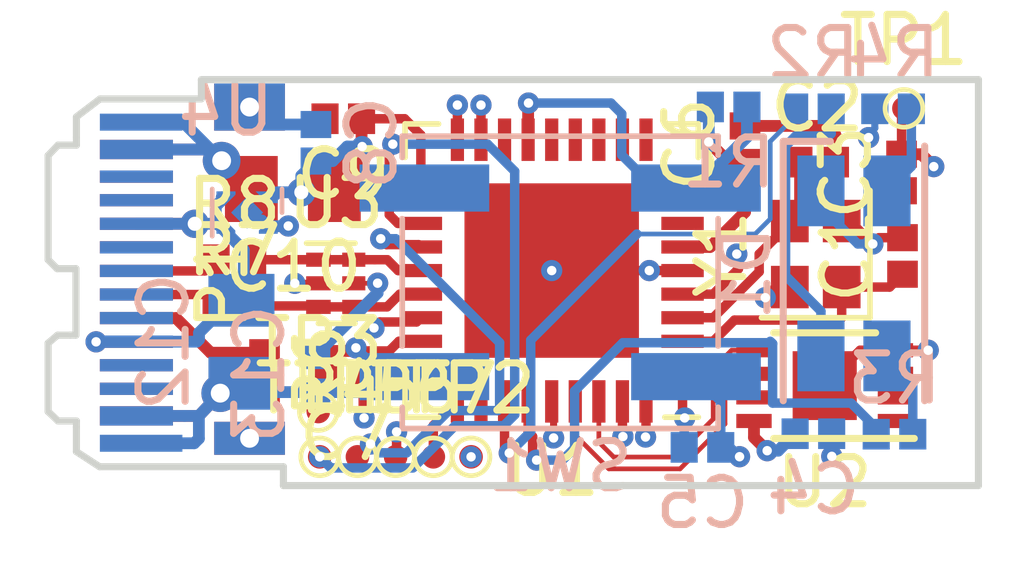
<source format=kicad_pcb>
(kicad_pcb (version 20171130) (host pcbnew 5.0.0-rc2-dev-unknown-r12711-648803dc)

  (general
    (thickness 0.8)
    (drawings 29)
    (tracks 336)
    (zones 0)
    (modules 34)
    (nets 52)
  )

  (page A4)
  (layers
    (0 F.Cu signal)
    (1 In1.Cu signal hide)
    (2 In2.Cu signal hide)
    (31 B.Cu signal)
    (32 B.Adhes user)
    (33 F.Adhes user)
    (34 B.Paste user)
    (35 F.Paste user)
    (36 B.SilkS user)
    (37 F.SilkS user)
    (38 B.Mask user)
    (39 F.Mask user)
    (40 Dwgs.User user)
    (41 Cmts.User user)
    (42 Eco1.User user)
    (43 Eco2.User user)
    (44 Edge.Cuts user)
    (45 Margin user)
    (46 B.CrtYd user)
    (47 F.CrtYd user)
    (48 B.Fab user)
    (49 F.Fab user)
  )

  (setup
    (last_trace_width 0.2)
    (user_trace_width 0.1)
    (user_trace_width 0.15)
    (user_trace_width 0.2)
    (user_trace_width 0.3)
    (trace_clearance 0.12)
    (zone_clearance 0.508)
    (zone_45_only no)
    (trace_min 0.1)
    (segment_width 0.2)
    (edge_width 0.15)
    (via_size 0.8)
    (via_drill 0.4)
    (via_min_size 0.45)
    (via_min_drill 0.2)
    (user_via 0.45 0.2)
    (user_via 0.6 0.3)
    (uvia_size 0.3)
    (uvia_drill 0.1)
    (uvias_allowed no)
    (uvia_min_size 0.2)
    (uvia_min_drill 0.1)
    (pcb_text_width 0.3)
    (pcb_text_size 1.5 1.5)
    (mod_edge_width 0.1)
    (mod_text_size 0.5 0.5)
    (mod_text_width 0.1)
    (pad_size 0.5 0.5)
    (pad_drill 0)
    (pad_to_mask_clearance 0.05)
    (aux_axis_origin 0 0)
    (visible_elements FFF9FF1F)
    (pcbplotparams
      (layerselection 0x00800_7ffffff8)
      (usegerberextensions false)
      (usegerberattributes false)
      (usegerberadvancedattributes false)
      (creategerberjobfile false)
      (excludeedgelayer true)
      (linewidth 0.100000)
      (plotframeref false)
      (viasonmask false)
      (mode 1)
      (useauxorigin false)
      (hpglpennumber 1)
      (hpglpenspeed 20)
      (hpglpendiameter 15)
      (psnegative false)
      (psa4output false)
      (plotreference true)
      (plotvalue true)
      (plotinvisibletext false)
      (padsonsilk false)
      (subtractmaskfromsilk false)
      (outputformat 1)
      (mirror false)
      (drillshape 0)
      (scaleselection 1)
      (outputdirectory ""))
  )

  (net 0 "")
  (net 1 GND)
  (net 2 "Net-(C1-Pad1)")
  (net 3 "Net-(C2-Pad1)")
  (net 4 "Net-(C3-Pad2)")
  (net 5 +3V3)
  (net 6 +5V)
  (net 7 "Net-(C13-Pad1)")
  (net 8 "Net-(D1-Pad2)")
  (net 9 "Net-(D1-Pad4)")
  (net 10 "Net-(D1-Pad3)")
  (net 11 "Net-(P1-PadA2)")
  (net 12 "Net-(P1-PadA3)")
  (net 13 "Net-(P1-PadA5)")
  (net 14 "Net-(P1-PadA6)")
  (net 15 "Net-(P1-PadA7)")
  (net 16 "Net-(P1-PadA8)")
  (net 17 "Net-(P1-PadA10)")
  (net 18 "Net-(P1-PadA11)")
  (net 19 "Net-(P1-PadB5)")
  (net 20 "Net-(P1-PadB11)")
  (net 21 "Net-(P1-PadB10)")
  (net 22 "Net-(P1-PadB2)")
  (net 23 "Net-(P1-PadB3)")
  (net 24 "Net-(P1-PadB8)")
  (net 25 "Net-(R1-Pad2)")
  (net 26 "Net-(R2-Pad2)")
  (net 27 "Net-(R3-Pad2)")
  (net 28 "Net-(R4-Pad2)")
  (net 29 /D+)
  (net 30 /D-)
  (net 31 "Net-(TP4-Pad1)")
  (net 32 "Net-(TP5-Pad1)")
  (net 33 "Net-(TP6-Pad1)")
  (net 34 "Net-(TP7-Pad1)")
  (net 35 "Net-(U1-Pad7)")
  (net 36 "Net-(U1-Pad8)")
  (net 37 "Net-(U1-Pad9)")
  (net 38 "Net-(U1-Pad10)")
  (net 39 "Net-(U1-Pad11)")
  (net 40 "Net-(U1-Pad12)")
  (net 41 "Net-(U1-Pad13)")
  (net 42 "Net-(U1-Pad14)")
  (net 43 "Net-(U1-Pad16)")
  (net 44 "Net-(U1-Pad20)")
  (net 45 "Net-(U1-Pad29)")
  (net 46 /I2C_SCL)
  (net 47 /I2C_SDA)
  (net 48 "Net-(U2-Pad1)")
  (net 49 "Net-(U2-Pad2)")
  (net 50 "Net-(U2-Pad3)")
  (net 51 "Net-(U2-Pad7)")

  (net_class Default "This is the default net class."
    (clearance 0.12)
    (trace_width 0.25)
    (via_dia 0.8)
    (via_drill 0.4)
    (uvia_dia 0.3)
    (uvia_drill 0.1)
    (add_net +3V3)
    (add_net +5V)
    (add_net /D+)
    (add_net /D-)
    (add_net /I2C_SCL)
    (add_net /I2C_SDA)
    (add_net GND)
    (add_net "Net-(C1-Pad1)")
    (add_net "Net-(C13-Pad1)")
    (add_net "Net-(C2-Pad1)")
    (add_net "Net-(C3-Pad2)")
    (add_net "Net-(D1-Pad2)")
    (add_net "Net-(D1-Pad3)")
    (add_net "Net-(D1-Pad4)")
    (add_net "Net-(P1-PadA10)")
    (add_net "Net-(P1-PadA11)")
    (add_net "Net-(P1-PadA2)")
    (add_net "Net-(P1-PadA3)")
    (add_net "Net-(P1-PadA5)")
    (add_net "Net-(P1-PadA6)")
    (add_net "Net-(P1-PadA7)")
    (add_net "Net-(P1-PadA8)")
    (add_net "Net-(P1-PadB10)")
    (add_net "Net-(P1-PadB11)")
    (add_net "Net-(P1-PadB2)")
    (add_net "Net-(P1-PadB3)")
    (add_net "Net-(P1-PadB5)")
    (add_net "Net-(P1-PadB8)")
    (add_net "Net-(R1-Pad2)")
    (add_net "Net-(R2-Pad2)")
    (add_net "Net-(R3-Pad2)")
    (add_net "Net-(R4-Pad2)")
    (add_net "Net-(TP4-Pad1)")
    (add_net "Net-(TP5-Pad1)")
    (add_net "Net-(TP6-Pad1)")
    (add_net "Net-(TP7-Pad1)")
    (add_net "Net-(U1-Pad10)")
    (add_net "Net-(U1-Pad11)")
    (add_net "Net-(U1-Pad12)")
    (add_net "Net-(U1-Pad13)")
    (add_net "Net-(U1-Pad14)")
    (add_net "Net-(U1-Pad16)")
    (add_net "Net-(U1-Pad20)")
    (add_net "Net-(U1-Pad29)")
    (add_net "Net-(U1-Pad7)")
    (add_net "Net-(U1-Pad8)")
    (add_net "Net-(U1-Pad9)")
    (add_net "Net-(U2-Pad1)")
    (add_net "Net-(U2-Pad2)")
    (add_net "Net-(U2-Pad3)")
    (add_net "Net-(U2-Pad7)")
  )

  (module TestPoint:TestPoint_Pad_D0.5mm (layer F.Cu) (tedit 5ADF9CDA) (tstamp 5AF63E71)
    (at 137.78 80.77)
    (descr "SMD pad as test Point, diameter 1.0mm")
    (tags "test point SMD pad")
    (path /5AEC0097)
    (attr virtual)
    (fp_text reference TP5 (at 0 -1.448) (layer F.SilkS)
      (effects (font (size 1 1) (thickness 0.15)))
    )
    (fp_text value RX (at 0 1.55) (layer F.Fab)
      (effects (font (size 1 1) (thickness 0.15)))
    )
    (fp_circle (center 0 0) (end 0 0.4) (layer F.SilkS) (width 0.1))
    (fp_circle (center 0 0) (end 0.5 0) (layer F.CrtYd) (width 0.05))
    (fp_text user %R (at 0 -1.45) (layer F.Fab)
      (effects (font (size 1 1) (thickness 0.15)))
    )
    (pad 1 smd circle (at 0 0) (size 0.5 0.5) (layers F.Cu F.Mask)
      (net 32 "Net-(TP5-Pad1)"))
  )

  (module TestPoint:TestPoint_Pad_D0.5mm (layer F.Cu) (tedit 5ADF9CDA) (tstamp 5AF643BE)
    (at 136.98 80.77)
    (descr "SMD pad as test Point, diameter 1.0mm")
    (tags "test point SMD pad")
    (path /5AEC0017)
    (attr virtual)
    (fp_text reference TP4 (at 0 -1.448) (layer F.SilkS)
      (effects (font (size 1 1) (thickness 0.15)))
    )
    (fp_text value TX (at 0 1.55) (layer F.Fab)
      (effects (font (size 1 1) (thickness 0.15)))
    )
    (fp_text user %R (at 0 -1.45) (layer F.Fab)
      (effects (font (size 1 1) (thickness 0.15)))
    )
    (fp_circle (center 0 0) (end 0.5 0) (layer F.CrtYd) (width 0.05))
    (fp_circle (center 0 0) (end 0 0.4) (layer F.SilkS) (width 0.1))
    (pad 1 smd circle (at 0 0) (size 0.5 0.5) (layers F.Cu F.Mask)
      (net 31 "Net-(TP4-Pad1)"))
  )

  (module TestPoint:TestPoint_Pad_D0.5mm (layer F.Cu) (tedit 5ADF9CDA) (tstamp 5AF63E63)
    (at 136.95 79.81)
    (descr "SMD pad as test Point, diameter 1.0mm")
    (tags "test point SMD pad")
    (path /5AE8B29F)
    (attr virtual)
    (fp_text reference TP3 (at 0 -1.448) (layer F.SilkS)
      (effects (font (size 1 1) (thickness 0.15)))
    )
    (fp_text value GND (at 0 1.55) (layer F.Fab)
      (effects (font (size 1 1) (thickness 0.15)))
    )
    (fp_circle (center 0 0) (end 0 0.4) (layer F.SilkS) (width 0.1))
    (fp_circle (center 0 0) (end 0.5 0) (layer F.CrtYd) (width 0.05))
    (fp_text user %R (at 0 -1.45) (layer F.Fab)
      (effects (font (size 1 1) (thickness 0.15)))
    )
    (pad 1 smd circle (at 0 0) (size 0.5 0.5) (layers F.Cu F.Mask)
      (net 1 GND))
  )

  (module TestPoint:TestPoint_Pad_D0.5mm (layer F.Cu) (tedit 5ADF9CDA) (tstamp 5AF63E5C)
    (at 140.19 80.77)
    (descr "SMD pad as test Point, diameter 1.0mm")
    (tags "test point SMD pad")
    (path /5AE8B1E7)
    (attr virtual)
    (fp_text reference TP2 (at 0 -1.448) (layer F.SilkS)
      (effects (font (size 1 1) (thickness 0.15)))
    )
    (fp_text value 3.3V (at 0 1.55) (layer F.Fab)
      (effects (font (size 1 1) (thickness 0.15)))
    )
    (fp_text user %R (at 0 -1.45) (layer F.Fab)
      (effects (font (size 1 1) (thickness 0.15)))
    )
    (fp_circle (center 0 0) (end 0.5 0) (layer F.CrtYd) (width 0.05))
    (fp_circle (center 0 0) (end 0 0.4) (layer F.SilkS) (width 0.1))
    (pad 1 smd circle (at 0 0) (size 0.5 0.5) (layers F.Cu F.Mask)
      (net 5 +3V3))
  )

  (module TestPoint:TestPoint_Pad_D0.5mm (layer F.Cu) (tedit 5ADF9CDA) (tstamp 5AF63E55)
    (at 149.37 73.38)
    (descr "SMD pad as test Point, diameter 1.0mm")
    (tags "test point SMD pad")
    (path /5AE8AEFD)
    (attr virtual)
    (fp_text reference TP1 (at 0 -1.448) (layer F.SilkS)
      (effects (font (size 1 1) (thickness 0.15)))
    )
    (fp_text value RST (at 0 1.55) (layer F.Fab)
      (effects (font (size 1 1) (thickness 0.15)))
    )
    (fp_circle (center 0 0) (end 0 0.4) (layer F.SilkS) (width 0.1))
    (fp_circle (center 0 0) (end 0.5 0) (layer F.CrtYd) (width 0.05))
    (fp_text user %R (at 0 -1.45) (layer F.Fab)
      (effects (font (size 1 1) (thickness 0.15)))
    )
    (pad 1 smd circle (at 0 0) (size 0.5 0.5) (layers F.Cu F.Mask)
      (net 4 "Net-(C3-Pad2)"))
  )

  (module TestPoint:TestPoint_Pad_D0.5mm (layer F.Cu) (tedit 5ADF9CDA) (tstamp 5AF63E4E)
    (at 139.39 80.77)
    (descr "SMD pad as test Point, diameter 1.0mm")
    (tags "test point SMD pad")
    (path /5AE7EECE)
    (attr virtual)
    (fp_text reference TP7 (at 0 -1.448) (layer F.SilkS)
      (effects (font (size 1 1) (thickness 0.15)))
    )
    (fp_text value SWCLK (at 0 1.55) (layer F.Fab)
      (effects (font (size 1 1) (thickness 0.15)))
    )
    (fp_text user %R (at 0 -1.45) (layer F.Fab)
      (effects (font (size 1 1) (thickness 0.15)))
    )
    (fp_circle (center 0 0) (end 0.5 0) (layer F.CrtYd) (width 0.05))
    (fp_circle (center 0 0) (end 0 0.4) (layer F.SilkS) (width 0.1))
    (pad 1 smd circle (at 0 0) (size 0.5 0.5) (layers F.Cu F.Mask)
      (net 34 "Net-(TP7-Pad1)"))
  )

  (module TestPoint:TestPoint_Pad_D0.5mm (layer F.Cu) (tedit 5ADF9CDA) (tstamp 5AF63E47)
    (at 138.59 80.77)
    (descr "SMD pad as test Point, diameter 1.0mm")
    (tags "test point SMD pad")
    (path /5AE7EE15)
    (attr virtual)
    (fp_text reference TP6 (at 0 -1.448) (layer F.SilkS)
      (effects (font (size 1 1) (thickness 0.15)))
    )
    (fp_text value SWDIO (at 0 1.55) (layer F.Fab)
      (effects (font (size 1 1) (thickness 0.15)))
    )
    (fp_circle (center 0 0) (end 0 0.4) (layer F.SilkS) (width 0.1))
    (fp_circle (center 0 0) (end 0.5 0) (layer F.CrtYd) (width 0.05))
    (fp_text user %R (at 0 -1.45) (layer F.Fab)
      (effects (font (size 1 1) (thickness 0.15)))
    )
    (pad 1 smd circle (at 0 0) (size 0.5 0.5) (layers F.Cu F.Mask)
      (net 33 "Net-(TP6-Pad1)"))
  )

  (module Package_SON:Fairchild_MicroPak-6_1.0x1.45mm_P0.5mm (layer F.Cu) (tedit 5A02F1D8) (tstamp 5ADF8C45)
    (at 137.32 77.09)
    (descr "Fairchild-specific MicroPak-6 1.0x1.45mm Pitch 0.5mm https://www.nxp.com/docs/en/application-note/AN10343.pdff")
    (tags "Fairchild-specific MicroPak-6 1.0x1.45mm Pitch 0.5mm")
    (path /5ADDDDCD)
    (attr smd)
    (fp_text reference U3 (at 0.0075 -1.7) (layer F.SilkS)
      (effects (font (size 1 1) (thickness 0.15)))
    )
    (fp_text value USBULC6-2M6 (at 0.0325 1.75) (layer F.Fab)
      (effects (font (size 1 1) (thickness 0.15)))
    )
    (fp_text user %R (at 0.0075 0) (layer F.Fab)
      (effects (font (size 0.5 0.5) (thickness 0.075)))
    )
    (fp_line (start 0.4075 0.85) (end -0.3675 0.85) (layer F.SilkS) (width 0.12))
    (fp_line (start -0.6175 -0.85) (end 0.4075 -0.85) (layer F.SilkS) (width 0.12))
    (fp_line (start -0.0675 -0.725) (end 0.5075 -0.725) (layer F.Fab) (width 0.12))
    (fp_line (start -0.4925 -0.3) (end -0.0675 -0.725) (layer F.Fab) (width 0.12))
    (fp_line (start -0.4925 0.725) (end -0.4925 -0.3) (layer F.Fab) (width 0.12))
    (fp_line (start 0.5075 0.725) (end -0.4925 0.725) (layer F.Fab) (width 0.12))
    (fp_line (start 0.5075 -0.725) (end 0.5075 0.725) (layer F.Fab) (width 0.12))
    (fp_line (start -0.77 -0.88) (end 0.79 -0.88) (layer F.CrtYd) (width 0.05))
    (fp_line (start -0.77 -0.88) (end -0.77 0.87) (layer F.CrtYd) (width 0.05))
    (fp_line (start 0.79 0.87) (end 0.79 -0.88) (layer F.CrtYd) (width 0.05))
    (fp_line (start 0.79 0.87) (end -0.77 0.87) (layer F.CrtYd) (width 0.05))
    (pad 6 smd rect (at 0.3825 -0.5) (size 0.49 0.3) (layers F.Cu F.Paste F.Mask)
      (net 30 /D-))
    (pad 5 smd rect (at 0.3825 0) (size 0.49 0.3) (layers F.Cu F.Paste F.Mask)
      (net 7 "Net-(C13-Pad1)"))
    (pad 4 smd rect (at 0.3825 0.5) (size 0.49 0.3) (layers F.Cu F.Paste F.Mask)
      (net 29 /D+))
    (pad 3 smd rect (at -0.3675 0.5) (size 0.52 0.3) (layers F.Cu F.Paste F.Mask)
      (net 29 /D+))
    (pad 2 smd rect (at -0.3675 0) (size 0.52 0.3) (layers F.Cu F.Paste F.Mask)
      (net 1 GND))
    (pad 1 smd rect (at -0.3675 -0.5) (size 0.52 0.3) (layers F.Cu F.Paste F.Mask)
      (net 30 /D-))
    (model ${KISYS3DMOD}/Package_SON.3dshapes/Fairchild_MicroPak-6_1.0x1.45mm_P0.5mm.wrl
      (at (xyz 0 0 0))
      (scale (xyz 1 1 1))
      (rotate (xyz 0 0 0))
    )
  )

  (module Capacitor_SMD:C_0402_1005Metric (layer F.Cu) (tedit 5AC5DB74) (tstamp 5ADF8A3A)
    (at 149.34 76.51 90)
    (descr "Capacitor SMD 0402 (1005 Metric), square (rectangular) end terminal, IPC_7351 nominal, (Body size source: http://www.tortai-tech.com/upload/download/2011102023233369053.pdf), generated with kicad-footprint-generator")
    (tags capacitor)
    (path /5AE522AB)
    (attr smd)
    (fp_text reference C1 (at 0 -1.18 90) (layer F.SilkS)
      (effects (font (size 1 1) (thickness 0.15)))
    )
    (fp_text value 27p (at 0 1.18 90) (layer F.Fab)
      (effects (font (size 1 1) (thickness 0.15)))
    )
    (fp_text user %R (at 0 0 90) (layer F.Fab)
      (effects (font (size 0.25 0.25) (thickness 0.04)))
    )
    (fp_line (start 0.82 0.48) (end -0.82 0.48) (layer F.CrtYd) (width 0.05))
    (fp_line (start 0.82 -0.48) (end 0.82 0.48) (layer F.CrtYd) (width 0.05))
    (fp_line (start -0.82 -0.48) (end 0.82 -0.48) (layer F.CrtYd) (width 0.05))
    (fp_line (start -0.82 0.48) (end -0.82 -0.48) (layer F.CrtYd) (width 0.05))
    (fp_line (start 0.5 0.25) (end -0.5 0.25) (layer F.Fab) (width 0.1))
    (fp_line (start 0.5 -0.25) (end 0.5 0.25) (layer F.Fab) (width 0.1))
    (fp_line (start -0.5 -0.25) (end 0.5 -0.25) (layer F.Fab) (width 0.1))
    (fp_line (start -0.5 0.25) (end -0.5 -0.25) (layer F.Fab) (width 0.1))
    (pad 2 smd rect (at 0.3875 0 90) (size 0.575 0.65) (layers F.Cu F.Paste F.Mask)
      (net 1 GND))
    (pad 1 smd rect (at -0.3875 0 90) (size 0.575 0.65) (layers F.Cu F.Paste F.Mask)
      (net 2 "Net-(C1-Pad1)"))
    (model ${KISYS3DMOD}/Capacitor_SMD.3dshapes/C_0402_1005Metric.wrl
      (at (xyz 0 0 0))
      (scale (xyz 1 1 1))
      (rotate (xyz 0 0 0))
    )
  )

  (module Capacitor_SMD:C_0402_1005Metric (layer F.Cu) (tedit 5AC5DB74) (tstamp 5ADFAB3E)
    (at 147.53 74.52)
    (descr "Capacitor SMD 0402 (1005 Metric), square (rectangular) end terminal, IPC_7351 nominal, (Body size source: http://www.tortai-tech.com/upload/download/2011102023233369053.pdf), generated with kicad-footprint-generator")
    (tags capacitor)
    (path /5AE523FD)
    (attr smd)
    (fp_text reference C2 (at 0 -1.18) (layer F.SilkS)
      (effects (font (size 1 1) (thickness 0.15)))
    )
    (fp_text value 27p (at 0 1.18) (layer F.Fab)
      (effects (font (size 1 1) (thickness 0.15)))
    )
    (fp_line (start -0.5 0.25) (end -0.5 -0.25) (layer F.Fab) (width 0.1))
    (fp_line (start -0.5 -0.25) (end 0.5 -0.25) (layer F.Fab) (width 0.1))
    (fp_line (start 0.5 -0.25) (end 0.5 0.25) (layer F.Fab) (width 0.1))
    (fp_line (start 0.5 0.25) (end -0.5 0.25) (layer F.Fab) (width 0.1))
    (fp_line (start -0.82 0.48) (end -0.82 -0.48) (layer F.CrtYd) (width 0.05))
    (fp_line (start -0.82 -0.48) (end 0.82 -0.48) (layer F.CrtYd) (width 0.05))
    (fp_line (start 0.82 -0.48) (end 0.82 0.48) (layer F.CrtYd) (width 0.05))
    (fp_line (start 0.82 0.48) (end -0.82 0.48) (layer F.CrtYd) (width 0.05))
    (fp_text user %R (at 0 0) (layer F.Fab)
      (effects (font (size 0.25 0.25) (thickness 0.04)))
    )
    (pad 1 smd rect (at -0.3875 0) (size 0.575 0.65) (layers F.Cu F.Paste F.Mask)
      (net 3 "Net-(C2-Pad1)"))
    (pad 2 smd rect (at 0.3875 0) (size 0.575 0.65) (layers F.Cu F.Paste F.Mask)
      (net 1 GND))
    (model ${KISYS3DMOD}/Capacitor_SMD.3dshapes/C_0402_1005Metric.wrl
      (at (xyz 0 0 0))
      (scale (xyz 1 1 1))
      (rotate (xyz 0 0 0))
    )
  )

  (module Capacitor_SMD:C_0402_1005Metric (layer F.Cu) (tedit 5AC5DB74) (tstamp 5ADF8A58)
    (at 149.32 74.74 90)
    (descr "Capacitor SMD 0402 (1005 Metric), square (rectangular) end terminal, IPC_7351 nominal, (Body size source: http://www.tortai-tech.com/upload/download/2011102023233369053.pdf), generated with kicad-footprint-generator")
    (tags capacitor)
    (path /5AEA4989)
    (attr smd)
    (fp_text reference C3 (at 0 -1.18 90) (layer F.SilkS)
      (effects (font (size 1 1) (thickness 0.15)))
    )
    (fp_text value 100n (at 0 1.18 90) (layer F.Fab)
      (effects (font (size 1 1) (thickness 0.15)))
    )
    (fp_line (start -0.5 0.25) (end -0.5 -0.25) (layer F.Fab) (width 0.1))
    (fp_line (start -0.5 -0.25) (end 0.5 -0.25) (layer F.Fab) (width 0.1))
    (fp_line (start 0.5 -0.25) (end 0.5 0.25) (layer F.Fab) (width 0.1))
    (fp_line (start 0.5 0.25) (end -0.5 0.25) (layer F.Fab) (width 0.1))
    (fp_line (start -0.82 0.48) (end -0.82 -0.48) (layer F.CrtYd) (width 0.05))
    (fp_line (start -0.82 -0.48) (end 0.82 -0.48) (layer F.CrtYd) (width 0.05))
    (fp_line (start 0.82 -0.48) (end 0.82 0.48) (layer F.CrtYd) (width 0.05))
    (fp_line (start 0.82 0.48) (end -0.82 0.48) (layer F.CrtYd) (width 0.05))
    (fp_text user %R (at 0 0 90) (layer F.Fab)
      (effects (font (size 0.25 0.25) (thickness 0.04)))
    )
    (pad 1 smd rect (at -0.3875 0 90) (size 0.575 0.65) (layers F.Cu F.Paste F.Mask)
      (net 1 GND))
    (pad 2 smd rect (at 0.3875 0 90) (size 0.575 0.65) (layers F.Cu F.Paste F.Mask)
      (net 4 "Net-(C3-Pad2)"))
    (model ${KISYS3DMOD}/Capacitor_SMD.3dshapes/C_0402_1005Metric.wrl
      (at (xyz 0 0 0))
      (scale (xyz 1 1 1))
      (rotate (xyz 0 0 0))
    )
  )

  (module Capacitor_SMD:C_0402_1005Metric (layer B.Cu) (tedit 5AC5DB74) (tstamp 5ADFACA0)
    (at 147.45 80.28)
    (descr "Capacitor SMD 0402 (1005 Metric), square (rectangular) end terminal, IPC_7351 nominal, (Body size source: http://www.tortai-tech.com/upload/download/2011102023233369053.pdf), generated with kicad-footprint-generator")
    (tags capacitor)
    (path /5AE0DD55)
    (attr smd)
    (fp_text reference C4 (at 0 1.18) (layer B.SilkS)
      (effects (font (size 1 1) (thickness 0.15)) (justify mirror))
    )
    (fp_text value 100n (at 0 -1.18) (layer B.Fab)
      (effects (font (size 1 1) (thickness 0.15)) (justify mirror))
    )
    (fp_line (start -0.5 -0.25) (end -0.5 0.25) (layer B.Fab) (width 0.1))
    (fp_line (start -0.5 0.25) (end 0.5 0.25) (layer B.Fab) (width 0.1))
    (fp_line (start 0.5 0.25) (end 0.5 -0.25) (layer B.Fab) (width 0.1))
    (fp_line (start 0.5 -0.25) (end -0.5 -0.25) (layer B.Fab) (width 0.1))
    (fp_line (start -0.82 -0.48) (end -0.82 0.48) (layer B.CrtYd) (width 0.05))
    (fp_line (start -0.82 0.48) (end 0.82 0.48) (layer B.CrtYd) (width 0.05))
    (fp_line (start 0.82 0.48) (end 0.82 -0.48) (layer B.CrtYd) (width 0.05))
    (fp_line (start 0.82 -0.48) (end -0.82 -0.48) (layer B.CrtYd) (width 0.05))
    (fp_text user %R (at 0 0) (layer B.Fab)
      (effects (font (size 0.25 0.25) (thickness 0.04)) (justify mirror))
    )
    (pad 1 smd rect (at -0.3875 0) (size 0.575 0.65) (layers B.Cu B.Paste B.Mask)
      (net 5 +3V3))
    (pad 2 smd rect (at 0.3875 0) (size 0.575 0.65) (layers B.Cu B.Paste B.Mask)
      (net 1 GND))
    (model ${KISYS3DMOD}/Capacitor_SMD.3dshapes/C_0402_1005Metric.wrl
      (at (xyz 0 0 0))
      (scale (xyz 1 1 1))
      (rotate (xyz 0 0 0))
    )
  )

  (module Capacitor_SMD:C_0402_1005Metric (layer B.Cu) (tedit 5AC5DB74) (tstamp 5ADFC297)
    (at 145.0975 80.57)
    (descr "Capacitor SMD 0402 (1005 Metric), square (rectangular) end terminal, IPC_7351 nominal, (Body size source: http://www.tortai-tech.com/upload/download/2011102023233369053.pdf), generated with kicad-footprint-generator")
    (tags capacitor)
    (path /5ADE7699)
    (attr smd)
    (fp_text reference C5 (at 0 1.18) (layer B.SilkS)
      (effects (font (size 1 1) (thickness 0.15)) (justify mirror))
    )
    (fp_text value 100n (at 0 -1.18) (layer B.Fab)
      (effects (font (size 1 1) (thickness 0.15)) (justify mirror))
    )
    (fp_text user %R (at 0 0) (layer B.Fab)
      (effects (font (size 0.25 0.25) (thickness 0.04)) (justify mirror))
    )
    (fp_line (start 0.82 -0.48) (end -0.82 -0.48) (layer B.CrtYd) (width 0.05))
    (fp_line (start 0.82 0.48) (end 0.82 -0.48) (layer B.CrtYd) (width 0.05))
    (fp_line (start -0.82 0.48) (end 0.82 0.48) (layer B.CrtYd) (width 0.05))
    (fp_line (start -0.82 -0.48) (end -0.82 0.48) (layer B.CrtYd) (width 0.05))
    (fp_line (start 0.5 -0.25) (end -0.5 -0.25) (layer B.Fab) (width 0.1))
    (fp_line (start 0.5 0.25) (end 0.5 -0.25) (layer B.Fab) (width 0.1))
    (fp_line (start -0.5 0.25) (end 0.5 0.25) (layer B.Fab) (width 0.1))
    (fp_line (start -0.5 -0.25) (end -0.5 0.25) (layer B.Fab) (width 0.1))
    (pad 2 smd rect (at 0.3875 0) (size 0.575 0.65) (layers B.Cu B.Paste B.Mask)
      (net 1 GND))
    (pad 1 smd rect (at -0.3875 0) (size 0.575 0.65) (layers B.Cu B.Paste B.Mask)
      (net 5 +3V3))
    (model ${KISYS3DMOD}/Capacitor_SMD.3dshapes/C_0402_1005Metric.wrl
      (at (xyz 0 0 0))
      (scale (xyz 1 1 1))
      (rotate (xyz 0 0 0))
    )
  )

  (module Capacitor_SMD:C_0402_1005Metric (layer F.Cu) (tedit 5AC5DB74) (tstamp 5ADF8A85)
    (at 146 74.14 90)
    (descr "Capacitor SMD 0402 (1005 Metric), square (rectangular) end terminal, IPC_7351 nominal, (Body size source: http://www.tortai-tech.com/upload/download/2011102023233369053.pdf), generated with kicad-footprint-generator")
    (tags capacitor)
    (path /5ADE748B)
    (attr smd)
    (fp_text reference C6 (at 0 -1.18 90) (layer F.SilkS)
      (effects (font (size 1 1) (thickness 0.15)))
    )
    (fp_text value 100n (at 0 1.18 90) (layer F.Fab)
      (effects (font (size 1 1) (thickness 0.15)))
    )
    (fp_text user %R (at 0 0 90) (layer F.Fab)
      (effects (font (size 0.25 0.25) (thickness 0.04)))
    )
    (fp_line (start 0.82 0.48) (end -0.82 0.48) (layer F.CrtYd) (width 0.05))
    (fp_line (start 0.82 -0.48) (end 0.82 0.48) (layer F.CrtYd) (width 0.05))
    (fp_line (start -0.82 -0.48) (end 0.82 -0.48) (layer F.CrtYd) (width 0.05))
    (fp_line (start -0.82 0.48) (end -0.82 -0.48) (layer F.CrtYd) (width 0.05))
    (fp_line (start 0.5 0.25) (end -0.5 0.25) (layer F.Fab) (width 0.1))
    (fp_line (start 0.5 -0.25) (end 0.5 0.25) (layer F.Fab) (width 0.1))
    (fp_line (start -0.5 -0.25) (end 0.5 -0.25) (layer F.Fab) (width 0.1))
    (fp_line (start -0.5 0.25) (end -0.5 -0.25) (layer F.Fab) (width 0.1))
    (pad 2 smd rect (at 0.3875 0 90) (size 0.575 0.65) (layers F.Cu F.Paste F.Mask)
      (net 1 GND))
    (pad 1 smd rect (at -0.3875 0 90) (size 0.575 0.65) (layers F.Cu F.Paste F.Mask)
      (net 5 +3V3))
    (model ${KISYS3DMOD}/Capacitor_SMD.3dshapes/C_0402_1005Metric.wrl
      (at (xyz 0 0 0))
      (scale (xyz 1 1 1))
      (rotate (xyz 0 0 0))
    )
  )

  (module Capacitor_SMD:C_0402_1005Metric (layer F.Cu) (tedit 5AC5DB74) (tstamp 5ADFAFED)
    (at 137.54 79.13 180)
    (descr "Capacitor SMD 0402 (1005 Metric), square (rectangular) end terminal, IPC_7351 nominal, (Body size source: http://www.tortai-tech.com/upload/download/2011102023233369053.pdf), generated with kicad-footprint-generator")
    (tags capacitor)
    (path /5ADE73EB)
    (attr smd)
    (fp_text reference C7 (at 0 -1.18 180) (layer F.SilkS)
      (effects (font (size 1 1) (thickness 0.15)))
    )
    (fp_text value 100n (at 0 1.18 180) (layer F.Fab)
      (effects (font (size 1 1) (thickness 0.15)))
    )
    (fp_line (start -0.5 0.25) (end -0.5 -0.25) (layer F.Fab) (width 0.1))
    (fp_line (start -0.5 -0.25) (end 0.5 -0.25) (layer F.Fab) (width 0.1))
    (fp_line (start 0.5 -0.25) (end 0.5 0.25) (layer F.Fab) (width 0.1))
    (fp_line (start 0.5 0.25) (end -0.5 0.25) (layer F.Fab) (width 0.1))
    (fp_line (start -0.82 0.48) (end -0.82 -0.48) (layer F.CrtYd) (width 0.05))
    (fp_line (start -0.82 -0.48) (end 0.82 -0.48) (layer F.CrtYd) (width 0.05))
    (fp_line (start 0.82 -0.48) (end 0.82 0.48) (layer F.CrtYd) (width 0.05))
    (fp_line (start 0.82 0.48) (end -0.82 0.48) (layer F.CrtYd) (width 0.05))
    (fp_text user %R (at 0 0 180) (layer F.Fab)
      (effects (font (size 0.25 0.25) (thickness 0.04)))
    )
    (pad 1 smd rect (at -0.3875 0 180) (size 0.575 0.65) (layers F.Cu F.Paste F.Mask)
      (net 5 +3V3))
    (pad 2 smd rect (at 0.3875 0 180) (size 0.575 0.65) (layers F.Cu F.Paste F.Mask)
      (net 1 GND))
    (model ${KISYS3DMOD}/Capacitor_SMD.3dshapes/C_0402_1005Metric.wrl
      (at (xyz 0 0 0))
      (scale (xyz 1 1 1))
      (rotate (xyz 0 0 0))
    )
  )

  (module Capacitor_SMD:C_0402_1005Metric (layer B.Cu) (tedit 5AC5DB74) (tstamp 5ADF8AA3)
    (at 136.9 74.11 90)
    (descr "Capacitor SMD 0402 (1005 Metric), square (rectangular) end terminal, IPC_7351 nominal, (Body size source: http://www.tortai-tech.com/upload/download/2011102023233369053.pdf), generated with kicad-footprint-generator")
    (tags capacitor)
    (path /5ADE73B3)
    (attr smd)
    (fp_text reference C8 (at 0 1.18 90) (layer B.SilkS)
      (effects (font (size 1 1) (thickness 0.15)) (justify mirror))
    )
    (fp_text value 100n (at 0 -1.18 90) (layer B.Fab)
      (effects (font (size 1 1) (thickness 0.15)) (justify mirror))
    )
    (fp_text user %R (at 0 0 90) (layer B.Fab)
      (effects (font (size 0.25 0.25) (thickness 0.04)) (justify mirror))
    )
    (fp_line (start 0.82 -0.48) (end -0.82 -0.48) (layer B.CrtYd) (width 0.05))
    (fp_line (start 0.82 0.48) (end 0.82 -0.48) (layer B.CrtYd) (width 0.05))
    (fp_line (start -0.82 0.48) (end 0.82 0.48) (layer B.CrtYd) (width 0.05))
    (fp_line (start -0.82 -0.48) (end -0.82 0.48) (layer B.CrtYd) (width 0.05))
    (fp_line (start 0.5 -0.25) (end -0.5 -0.25) (layer B.Fab) (width 0.1))
    (fp_line (start 0.5 0.25) (end 0.5 -0.25) (layer B.Fab) (width 0.1))
    (fp_line (start -0.5 0.25) (end 0.5 0.25) (layer B.Fab) (width 0.1))
    (fp_line (start -0.5 -0.25) (end -0.5 0.25) (layer B.Fab) (width 0.1))
    (pad 2 smd rect (at 0.3875 0 90) (size 0.575 0.65) (layers B.Cu B.Paste B.Mask)
      (net 1 GND))
    (pad 1 smd rect (at -0.3875 0 90) (size 0.575 0.65) (layers B.Cu B.Paste B.Mask)
      (net 5 +3V3))
    (model ${KISYS3DMOD}/Capacitor_SMD.3dshapes/C_0402_1005Metric.wrl
      (at (xyz 0 0 0))
      (scale (xyz 1 1 1))
      (rotate (xyz 0 0 0))
    )
  )

  (module Capacitor_SMD:C_0402_1005Metric (layer F.Cu) (tedit 5AC5DB74) (tstamp 5ADFBEAA)
    (at 137.48 73.6 180)
    (descr "Capacitor SMD 0402 (1005 Metric), square (rectangular) end terminal, IPC_7351 nominal, (Body size source: http://www.tortai-tech.com/upload/download/2011102023233369053.pdf), generated with kicad-footprint-generator")
    (tags capacitor)
    (path /5ADE6F35)
    (attr smd)
    (fp_text reference C9 (at 0 -1.18 180) (layer F.SilkS)
      (effects (font (size 1 1) (thickness 0.15)))
    )
    (fp_text value 100n (at 0 1.18 180) (layer F.Fab)
      (effects (font (size 1 1) (thickness 0.15)))
    )
    (fp_line (start -0.5 0.25) (end -0.5 -0.25) (layer F.Fab) (width 0.1))
    (fp_line (start -0.5 -0.25) (end 0.5 -0.25) (layer F.Fab) (width 0.1))
    (fp_line (start 0.5 -0.25) (end 0.5 0.25) (layer F.Fab) (width 0.1))
    (fp_line (start 0.5 0.25) (end -0.5 0.25) (layer F.Fab) (width 0.1))
    (fp_line (start -0.82 0.48) (end -0.82 -0.48) (layer F.CrtYd) (width 0.05))
    (fp_line (start -0.82 -0.48) (end 0.82 -0.48) (layer F.CrtYd) (width 0.05))
    (fp_line (start 0.82 -0.48) (end 0.82 0.48) (layer F.CrtYd) (width 0.05))
    (fp_line (start 0.82 0.48) (end -0.82 0.48) (layer F.CrtYd) (width 0.05))
    (fp_text user %R (at 0 0 180) (layer F.Fab)
      (effects (font (size 0.25 0.25) (thickness 0.04)))
    )
    (pad 1 smd rect (at -0.3875 0 180) (size 0.575 0.65) (layers F.Cu F.Paste F.Mask)
      (net 5 +3V3))
    (pad 2 smd rect (at 0.3875 0 180) (size 0.575 0.65) (layers F.Cu F.Paste F.Mask)
      (net 1 GND))
    (model ${KISYS3DMOD}/Capacitor_SMD.3dshapes/C_0402_1005Metric.wrl
      (at (xyz 0 0 0))
      (scale (xyz 1 1 1))
      (rotate (xyz 0 0 0))
    )
  )

  (module Capacitor_SMD:C_0805_2012Metric (layer F.Cu) (tedit 5AC5DB74) (tstamp 5AF645C1)
    (at 136.41 75.09 180)
    (descr "Capacitor SMD 0805 (2012 Metric), square (rectangular) end terminal, IPC_7351 nominal, (Body size source: http://www.tortai-tech.com/upload/download/2011102023233369053.pdf), generated with kicad-footprint-generator")
    (tags capacitor)
    (path /5ADE6EBD)
    (attr smd)
    (fp_text reference C10 (at 0 -1.65 180) (layer F.SilkS)
      (effects (font (size 1 1) (thickness 0.15)))
    )
    (fp_text value 2u2 (at 0 1.65 180) (layer F.Fab)
      (effects (font (size 1 1) (thickness 0.15)))
    )
    (fp_text user %R (at 0 0 180) (layer F.Fab)
      (effects (font (size 0.5 0.5) (thickness 0.08)))
    )
    (fp_line (start 1.69 0.95) (end -1.69 0.95) (layer F.CrtYd) (width 0.05))
    (fp_line (start 1.69 -0.95) (end 1.69 0.95) (layer F.CrtYd) (width 0.05))
    (fp_line (start -1.69 -0.95) (end 1.69 -0.95) (layer F.CrtYd) (width 0.05))
    (fp_line (start -1.69 0.95) (end -1.69 -0.95) (layer F.CrtYd) (width 0.05))
    (fp_line (start 1 0.6) (end -1 0.6) (layer F.Fab) (width 0.1))
    (fp_line (start 1 -0.6) (end 1 0.6) (layer F.Fab) (width 0.1))
    (fp_line (start -1 -0.6) (end 1 -0.6) (layer F.Fab) (width 0.1))
    (fp_line (start -1 0.6) (end -1 -0.6) (layer F.Fab) (width 0.1))
    (pad 2 smd rect (at 0.88 0 180) (size 1.12 1.4) (layers F.Cu F.Paste F.Mask)
      (net 1 GND))
    (pad 1 smd rect (at -0.88 0 180) (size 1.12 1.4) (layers F.Cu F.Paste F.Mask)
      (net 5 +3V3))
    (model ${KISYS3DMOD}/Capacitor_SMD.3dshapes/C_0805_2012Metric.wrl
      (at (xyz 0 0 0))
      (scale (xyz 1 1 1))
      (rotate (xyz 0 0 0))
    )
  )

  (module Capacitor_SMD:C_0805_2012Metric (layer B.Cu) (tedit 5AC5DB74) (tstamp 5ADFA7CF)
    (at 135.32 78.33 270)
    (descr "Capacitor SMD 0805 (2012 Metric), square (rectangular) end terminal, IPC_7351 nominal, (Body size source: http://www.tortai-tech.com/upload/download/2011102023233369053.pdf), generated with kicad-footprint-generator")
    (tags capacitor)
    (path /5ADE6E49)
    (attr smd)
    (fp_text reference C12 (at 0 1.65 270) (layer B.SilkS)
      (effects (font (size 1 1) (thickness 0.15)) (justify mirror))
    )
    (fp_text value 2u2 (at 0 -1.65 270) (layer B.Fab)
      (effects (font (size 1 1) (thickness 0.15)) (justify mirror))
    )
    (fp_line (start -1 -0.6) (end -1 0.6) (layer B.Fab) (width 0.1))
    (fp_line (start -1 0.6) (end 1 0.6) (layer B.Fab) (width 0.1))
    (fp_line (start 1 0.6) (end 1 -0.6) (layer B.Fab) (width 0.1))
    (fp_line (start 1 -0.6) (end -1 -0.6) (layer B.Fab) (width 0.1))
    (fp_line (start -1.69 -0.95) (end -1.69 0.95) (layer B.CrtYd) (width 0.05))
    (fp_line (start -1.69 0.95) (end 1.69 0.95) (layer B.CrtYd) (width 0.05))
    (fp_line (start 1.69 0.95) (end 1.69 -0.95) (layer B.CrtYd) (width 0.05))
    (fp_line (start 1.69 -0.95) (end -1.69 -0.95) (layer B.CrtYd) (width 0.05))
    (fp_text user %R (at 0 0 270) (layer B.Fab)
      (effects (font (size 0.5 0.5) (thickness 0.08)) (justify mirror))
    )
    (pad 1 smd rect (at -0.88 0 270) (size 1.12 1.4) (layers B.Cu B.Paste B.Mask)
      (net 6 +5V))
    (pad 2 smd rect (at 0.88 0 270) (size 1.12 1.4) (layers B.Cu B.Paste B.Mask)
      (net 1 GND))
    (model ${KISYS3DMOD}/Capacitor_SMD.3dshapes/C_0805_2012Metric.wrl
      (at (xyz 0 0 0))
      (scale (xyz 1 1 1))
      (rotate (xyz 0 0 0))
    )
  )

  (module Capacitor_SMD:C_0402_1005Metric (layer B.Cu) (tedit 5AC5DB74) (tstamp 5AF5D149)
    (at 136.88 79.01 270)
    (descr "Capacitor SMD 0402 (1005 Metric), square (rectangular) end terminal, IPC_7351 nominal, (Body size source: http://www.tortai-tech.com/upload/download/2011102023233369053.pdf), generated with kicad-footprint-generator")
    (tags capacitor)
    (path /5AFD8CC8)
    (attr smd)
    (fp_text reference C13 (at 0 1.18 270) (layer B.SilkS)
      (effects (font (size 1 1) (thickness 0.15)) (justify mirror))
    )
    (fp_text value 100n (at 0 -1.18 270) (layer B.Fab)
      (effects (font (size 1 1) (thickness 0.15)) (justify mirror))
    )
    (fp_text user %R (at 0 0 270) (layer B.Fab)
      (effects (font (size 0.25 0.25) (thickness 0.04)) (justify mirror))
    )
    (fp_line (start 0.82 -0.48) (end -0.82 -0.48) (layer B.CrtYd) (width 0.05))
    (fp_line (start 0.82 0.48) (end 0.82 -0.48) (layer B.CrtYd) (width 0.05))
    (fp_line (start -0.82 0.48) (end 0.82 0.48) (layer B.CrtYd) (width 0.05))
    (fp_line (start -0.82 -0.48) (end -0.82 0.48) (layer B.CrtYd) (width 0.05))
    (fp_line (start 0.5 -0.25) (end -0.5 -0.25) (layer B.Fab) (width 0.1))
    (fp_line (start 0.5 0.25) (end 0.5 -0.25) (layer B.Fab) (width 0.1))
    (fp_line (start -0.5 0.25) (end 0.5 0.25) (layer B.Fab) (width 0.1))
    (fp_line (start -0.5 -0.25) (end -0.5 0.25) (layer B.Fab) (width 0.1))
    (pad 2 smd rect (at 0.3875 0 270) (size 0.575 0.65) (layers B.Cu B.Paste B.Mask)
      (net 1 GND))
    (pad 1 smd rect (at -0.3875 0 270) (size 0.575 0.65) (layers B.Cu B.Paste B.Mask)
      (net 7 "Net-(C13-Pad1)"))
    (model ${KISYS3DMOD}/Capacitor_SMD.3dshapes/C_0402_1005Metric.wrl
      (at (xyz 0 0 0))
      (scale (xyz 1 1 1))
      (rotate (xyz 0 0 0))
    )
  )

  (module LED_SMD:LED_RGB_1210 (layer B.Cu) (tedit 5979AE99) (tstamp 5ADF8B03)
    (at 148.31 76.88 270)
    (descr "RGB LED 3.2x2.7mm http://www.avagotech.com/docs/AV02-0610EN")
    (tags "LED 3227")
    (path /5AFB178F)
    (attr smd)
    (fp_text reference D1 (at 0 2.3 270) (layer B.SilkS)
      (effects (font (size 1 1) (thickness 0.15)) (justify mirror))
    )
    (fp_text value LED_ARGB (at 0 -2.45 270) (layer B.Fab)
      (effects (font (size 1 1) (thickness 0.15)) (justify mirror))
    )
    (fp_line (start -2.95 -1.65) (end 2.85 -1.65) (layer B.CrtYd) (width 0.05))
    (fp_line (start -2.95 1.65) (end -2.95 -1.65) (layer B.CrtYd) (width 0.05))
    (fp_line (start 2.85 1.65) (end -2.95 1.65) (layer B.CrtYd) (width 0.05))
    (fp_line (start 2.85 -1.65) (end 2.85 1.65) (layer B.CrtYd) (width 0.05))
    (fp_line (start 2.7 -1.5) (end -2.7 -1.5) (layer B.SilkS) (width 0.15))
    (fp_line (start 2.7 1.5) (end -2.8 1.5) (layer B.SilkS) (width 0.15))
    (fp_line (start -2.8 0.5) (end -2.8 1.5) (layer B.SilkS) (width 0.15))
    (fp_line (start -0.925 1.35) (end 1.6 1.35) (layer B.Fab) (width 0.1))
    (fp_line (start 1.6 1.35) (end 1.6 -1.35) (layer B.Fab) (width 0.1))
    (fp_line (start 1.6 -1.35) (end -1.6 -1.35) (layer B.Fab) (width 0.1))
    (fp_line (start -1.6 -1.35) (end -1.6 0.675) (layer B.Fab) (width 0.1))
    (fp_line (start -1.6 0.675) (end -0.925 1.35) (layer B.Fab) (width 0.1))
    (fp_text user %R (at 0 2.3 270) (layer B.Fab)
      (effects (font (size 1 1) (thickness 0.15)) (justify mirror))
    )
    (pad 1 smd rect (at -1.75 0.7 90) (size 1.5 1) (layers B.Cu B.Paste B.Mask)
      (net 1 GND))
    (pad 2 smd rect (at -1.75 -0.7 90) (size 1.5 1) (layers B.Cu B.Paste B.Mask)
      (net 8 "Net-(D1-Pad2)"))
    (pad 4 smd rect (at 1.75 0.7 90) (size 1.5 1) (layers B.Cu B.Paste B.Mask)
      (net 9 "Net-(D1-Pad4)"))
    (pad 3 smd rect (at 1.75 -0.7 90) (size 1.5 1) (layers B.Cu B.Paste B.Mask)
      (net 10 "Net-(D1-Pad3)"))
    (model ${KISYS3DMOD}/LED_SMD.3dshapes/LED_RGB_1210.wrl
      (at (xyz 0 0 0))
      (scale (xyz 1 1 1))
      (rotate (xyz 0 0 0))
    )
  )

  (module Connector_USB:USB_C_Plug_JAE_DX07P024AJ1 (layer F.Cu) (tedit 5ADEDC87) (tstamp 5ADF8B56)
    (at 134.28 76.79 270)
    (descr "Universal Serial Bus (USB) Shielded I/O Plug, Type C, Right Angle, Surface Mount, http://www.jae.com/z-en/pdf_download_exec.cfm?param=SJ116680.pdf")
    (tags "USB Type-C Plug Edge Mount")
    (path /5ADD58A8)
    (attr smd)
    (fp_text reference P1 (at 0.2875 -0.6375 270) (layer F.SilkS)
      (effects (font (size 1 1) (thickness 0.15)))
    )
    (fp_text value USB_C_Plug (at 0.2875 -3.4125 270) (layer F.Fab)
      (effects (font (size 1 1) (thickness 0.15)))
    )
    (fp_line (start 0.1875 2.4625) (end 1.1875 2.4625) (layer F.Fab) (width 0.1))
    (fp_line (start -0.2125 3.0625) (end -2.4375 3.0625) (layer F.Fab) (width 0.1))
    (fp_line (start 1.5875 3.0625) (end 3.0125 3.0625) (layer F.Fab) (width 0.1))
    (fp_line (start -3.6125 1.9625) (end -3.6125 -0.1875) (layer F.Fab) (width 0.1))
    (fp_line (start 4.1875 1.9625) (end 4.1875 -1.9125) (layer F.Fab) (width 0.1))
    (fp_arc (start -0.2125 2.8625) (end -0.0125 2.8625) (angle 90) (layer F.Fab) (width 0.1))
    (fp_arc (start 0.1875 2.6625) (end -0.0125 2.6625) (angle 90) (layer F.Fab) (width 0.1))
    (fp_arc (start 1.1875 2.6625) (end 1.1875 2.4625) (angle 90) (layer F.Fab) (width 0.1))
    (fp_arc (start 1.5875 2.8625) (end 1.5875 3.0625) (angle 90) (layer F.Fab) (width 0.1))
    (fp_arc (start 3.0125 2.8625) (end 3.2125 2.8625) (angle 90) (layer F.Fab) (width 0.1))
    (fp_arc (start -2.4375 2.8625) (end -2.4375 3.0625) (angle 90) (layer F.Fab) (width 0.1))
    (fp_arc (start -2.8375 2.6625) (end -2.8375 2.4625) (angle 90) (layer F.Fab) (width 0.1))
    (fp_arc (start 3.4125 2.6625) (end 3.2125 2.6625) (angle 90) (layer F.Fab) (width 0.1))
    (fp_line (start -0.0125 2.6625) (end -0.0125 2.8625) (layer F.Fab) (width 0.1))
    (fp_line (start 1.3875 2.8625) (end 1.3875 2.6625) (layer F.Fab) (width 0.1))
    (fp_line (start 3.2125 2.8625) (end 3.2125 2.6625) (layer F.Fab) (width 0.1))
    (fp_line (start -2.6375 2.8625) (end -2.6375 2.6625) (layer F.Fab) (width 0.1))
    (fp_line (start -2.8625 2.4625) (end -3.2375 2.4625) (layer F.Fab) (width 0.1))
    (fp_line (start -3.2375 2.4625) (end -3.6125 1.9625) (layer F.Fab) (width 0.1))
    (fp_line (start 3.4125 2.4625) (end 3.8625 2.4625) (layer F.Fab) (width 0.1))
    (fp_line (start 3.8625 2.4625) (end 4.1875 1.9625) (layer F.Fab) (width 0.1))
    (fp_line (start 4.1875 1.9625) (end 4.1875 1.9375) (layer F.Fab) (width 0.1))
    (fp_line (start -3.6125 -0.1875) (end -4.0125 -0.1875) (layer F.Fab) (width 0.1))
    (fp_text user "PCB Edge" (at 0.3875 3.6125 270) (layer Dwgs.User)
      (effects (font (size 0.5 0.5) (thickness 0.1)))
    )
    (fp_text user %R (at 0.2875 -0.6375 270) (layer F.Fab)
      (effects (font (size 1 1) (thickness 0.1)))
    )
    (fp_line (start -4.3 -2.2) (end 4.4 -2.2) (layer F.CrtYd) (width 0.05))
    (fp_line (start 4.4 -2.2) (end 4.4 3.3) (layer F.CrtYd) (width 0.05))
    (fp_line (start 4.4 3.3) (end -4.3 3.3) (layer F.CrtYd) (width 0.05))
    (fp_line (start -4.3 3.3) (end -4.3 -2.2) (layer F.CrtYd) (width 0.05))
    (fp_line (start -4.3 -2.2) (end 4.4 -2.2) (layer B.CrtYd) (width 0.05))
    (fp_line (start 4.4 -2.2) (end 4.4 3.3) (layer B.CrtYd) (width 0.05))
    (fp_line (start 4.4 3.3) (end -4.3 3.3) (layer B.CrtYd) (width 0.05))
    (fp_line (start -4.3 3.3) (end -4.3 -2.2) (layer B.CrtYd) (width 0.05))
    (pad A2 smd rect (at 2.5375 1.1875 270) (size 0.26 1.55) (layers F.Cu F.Paste F.Mask)
      (net 11 "Net-(P1-PadA2)"))
    (pad A3 smd rect (at 2.0375 1.1875 270) (size 0.26 1.55) (layers F.Cu F.Paste F.Mask)
      (net 12 "Net-(P1-PadA3)"))
    (pad A4 smd rect (at 1.5375 1.1875 270) (size 0.26 1.55) (layers F.Cu F.Paste F.Mask)
      (net 6 +5V))
    (pad A5 smd rect (at 1.0375 1.1875 270) (size 0.26 1.55) (layers F.Cu F.Paste F.Mask)
      (net 13 "Net-(P1-PadA5)"))
    (pad A6 smd rect (at 0.5375 1.1875 90) (size 0.26 1.55) (layers F.Cu F.Paste F.Mask)
      (net 14 "Net-(P1-PadA6)"))
    (pad A7 smd rect (at 0.0375 1.1875 270) (size 0.26 1.55) (layers F.Cu F.Paste F.Mask)
      (net 15 "Net-(P1-PadA7)"))
    (pad A8 smd rect (at -0.4625 1.1875 270) (size 0.26 1.55) (layers F.Cu F.Paste F.Mask)
      (net 16 "Net-(P1-PadA8)"))
    (pad A9 smd rect (at -0.9625 1.1875 270) (size 0.26 1.55) (layers F.Cu F.Paste F.Mask)
      (net 6 +5V))
    (pad A10 smd rect (at -1.4625 1.1875 270) (size 0.26 1.55) (layers F.Cu F.Paste F.Mask)
      (net 17 "Net-(P1-PadA10)"))
    (pad A11 smd rect (at -1.9625 1.1875 270) (size 0.26 1.55) (layers F.Cu F.Paste F.Mask)
      (net 18 "Net-(P1-PadA11)"))
    (pad A12 smd rect (at -2.5375 1.1875 270) (size 0.41 1.55) (layers F.Cu F.Paste F.Mask)
      (net 1 GND))
    (pad A1 smd rect (at 3.1125 1.1875 270) (size 0.41 1.55) (layers F.Cu F.Paste F.Mask)
      (net 1 GND))
    (pad S1 smd rect (at 3.6925 1.0875 270) (size 0.36 1.75) (layers B.Cu B.Paste B.Mask)
      (net 1 GND))
    (pad S1 smd rect (at -3.1175 1.0875 270) (size 0.36 1.75) (layers B.Cu B.Paste B.Mask)
      (net 1 GND))
    (pad B5 smd rect (at -0.4625 1.1875 270) (size 0.26 1.55) (layers B.Cu B.Paste B.Mask)
      (net 19 "Net-(P1-PadB5)"))
    (pad B6 smd rect (at 0.0375 1.1875 90) (size 0.26 1.55) (layers B.Cu B.Paste B.Mask))
    (pad B1 smd rect (at -2.5375 1.1875 270) (size 0.41 1.55) (layers B.Cu B.Paste B.Mask)
      (net 1 GND))
    (pad B12 smd rect (at 3.1125 1.1875 270) (size 0.41 1.55) (layers B.Cu B.Paste B.Mask)
      (net 1 GND))
    (pad B11 smd rect (at 2.5375 1.1875 270) (size 0.26 1.55) (layers B.Cu B.Paste B.Mask)
      (net 20 "Net-(P1-PadB11)"))
    (pad B10 smd rect (at 2.0375 1.1875 270) (size 0.26 1.55) (layers B.Cu B.Paste B.Mask)
      (net 21 "Net-(P1-PadB10)"))
    (pad B4 smd rect (at -0.9625 1.1875 270) (size 0.26 1.55) (layers B.Cu B.Paste B.Mask)
      (net 6 +5V))
    (pad B9 smd rect (at 1.5375 1.1875 270) (size 0.26 1.55) (layers B.Cu B.Paste B.Mask)
      (net 6 +5V))
    (pad B2 smd rect (at -1.9625 1.1875 270) (size 0.26 1.55) (layers B.Cu B.Paste B.Mask)
      (net 22 "Net-(P1-PadB2)"))
    (pad B7 smd rect (at 0.5375 1.1875 270) (size 0.26 1.55) (layers B.Cu B.Paste B.Mask))
    (pad B3 smd rect (at -1.4625 1.1875 270) (size 0.26 1.55) (layers B.Cu B.Paste B.Mask)
      (net 23 "Net-(P1-PadB3)"))
    (pad B8 smd rect (at 1.0375 1.1875 270) (size 0.26 1.55) (layers B.Cu B.Paste B.Mask)
      (net 24 "Net-(P1-PadB8)"))
    (pad S1 thru_hole rect (at -3.4375 -1.2125 270) (size 1 1.5) (drill 0.4) (layers *.Cu *.Mask)
      (net 1 GND))
    (pad S1 thru_hole rect (at 3.5875 -1.2125 270) (size 0.7 1.5) (drill 0.4) (layers *.Cu *.Mask)
      (net 1 GND))
    (model ${KISYS3DMOD}/Connector_USB.3dshapes/USB_C_Plug_JAE_DX07P024AJ1.wrl
      (at (xyz 0 0 0))
      (scale (xyz 1 1 1))
      (rotate (xyz 0 0 0))
    )
  )

  (module Resistor_SMD:R_0402_1005Metric (layer B.Cu) (tedit 5AC5DB74) (tstamp 5ADFB042)
    (at 145.6525 73.35)
    (descr "Resistor SMD 0402 (1005 Metric), square (rectangular) end terminal, IPC_7351 nominal, (Body size source: http://www.tortai-tech.com/upload/download/2011102023233369053.pdf), generated with kicad-footprint-generator")
    (tags resistor)
    (path /5AF9D6A0)
    (attr smd)
    (fp_text reference R1 (at 0 1.18) (layer B.SilkS)
      (effects (font (size 1 1) (thickness 0.15)) (justify mirror))
    )
    (fp_text value 10k (at 0 -1.18) (layer B.Fab)
      (effects (font (size 1 1) (thickness 0.15)) (justify mirror))
    )
    (fp_line (start -0.5 -0.25) (end -0.5 0.25) (layer B.Fab) (width 0.1))
    (fp_line (start -0.5 0.25) (end 0.5 0.25) (layer B.Fab) (width 0.1))
    (fp_line (start 0.5 0.25) (end 0.5 -0.25) (layer B.Fab) (width 0.1))
    (fp_line (start 0.5 -0.25) (end -0.5 -0.25) (layer B.Fab) (width 0.1))
    (fp_line (start -0.82 -0.48) (end -0.82 0.48) (layer B.CrtYd) (width 0.05))
    (fp_line (start -0.82 0.48) (end 0.82 0.48) (layer B.CrtYd) (width 0.05))
    (fp_line (start 0.82 0.48) (end 0.82 -0.48) (layer B.CrtYd) (width 0.05))
    (fp_line (start 0.82 -0.48) (end -0.82 -0.48) (layer B.CrtYd) (width 0.05))
    (fp_text user %R (at 0 0) (layer B.Fab)
      (effects (font (size 0.25 0.25) (thickness 0.04)) (justify mirror))
    )
    (pad 1 smd rect (at -0.3875 0) (size 0.575 0.65) (layers B.Cu B.Paste B.Mask)
      (net 5 +3V3))
    (pad 2 smd rect (at 0.3875 0) (size 0.575 0.65) (layers B.Cu B.Paste B.Mask)
      (net 25 "Net-(R1-Pad2)"))
    (model ${KISYS3DMOD}/Resistor_SMD.3dshapes/R_0402_1005Metric.wrl
      (at (xyz 0 0 0))
      (scale (xyz 1 1 1))
      (rotate (xyz 0 0 0))
    )
  )

  (module Resistor_SMD:R_0402_1005Metric (layer B.Cu) (tedit 5AC5DB74) (tstamp 5ADF8B74)
    (at 147.44 73.39 180)
    (descr "Resistor SMD 0402 (1005 Metric), square (rectangular) end terminal, IPC_7351 nominal, (Body size source: http://www.tortai-tech.com/upload/download/2011102023233369053.pdf), generated with kicad-footprint-generator")
    (tags resistor)
    (path /5AEFBA9E)
    (attr smd)
    (fp_text reference R2 (at 0 1.18 180) (layer B.SilkS)
      (effects (font (size 1 1) (thickness 0.15)) (justify mirror))
    )
    (fp_text value 1k (at 0 -1.18 180) (layer B.Fab)
      (effects (font (size 1 1) (thickness 0.15)) (justify mirror))
    )
    (fp_line (start -0.5 -0.25) (end -0.5 0.25) (layer B.Fab) (width 0.1))
    (fp_line (start -0.5 0.25) (end 0.5 0.25) (layer B.Fab) (width 0.1))
    (fp_line (start 0.5 0.25) (end 0.5 -0.25) (layer B.Fab) (width 0.1))
    (fp_line (start 0.5 -0.25) (end -0.5 -0.25) (layer B.Fab) (width 0.1))
    (fp_line (start -0.82 -0.48) (end -0.82 0.48) (layer B.CrtYd) (width 0.05))
    (fp_line (start -0.82 0.48) (end 0.82 0.48) (layer B.CrtYd) (width 0.05))
    (fp_line (start 0.82 0.48) (end 0.82 -0.48) (layer B.CrtYd) (width 0.05))
    (fp_line (start 0.82 -0.48) (end -0.82 -0.48) (layer B.CrtYd) (width 0.05))
    (fp_text user %R (at 0 0 180) (layer B.Fab)
      (effects (font (size 0.25 0.25) (thickness 0.04)) (justify mirror))
    )
    (pad 1 smd rect (at -0.3875 0 180) (size 0.575 0.65) (layers B.Cu B.Paste B.Mask)
      (net 9 "Net-(D1-Pad4)"))
    (pad 2 smd rect (at 0.3875 0 180) (size 0.575 0.65) (layers B.Cu B.Paste B.Mask)
      (net 26 "Net-(R2-Pad2)"))
    (model ${KISYS3DMOD}/Resistor_SMD.3dshapes/R_0402_1005Metric.wrl
      (at (xyz 0 0 0))
      (scale (xyz 1 1 1))
      (rotate (xyz 0 0 0))
    )
  )

  (module Resistor_SMD:R_0402_1005Metric (layer B.Cu) (tedit 5AC5DB74) (tstamp 5ADF8B83)
    (at 149.17 80.29 180)
    (descr "Resistor SMD 0402 (1005 Metric), square (rectangular) end terminal, IPC_7351 nominal, (Body size source: http://www.tortai-tech.com/upload/download/2011102023233369053.pdf), generated with kicad-footprint-generator")
    (tags resistor)
    (path /5AEFBCD7)
    (attr smd)
    (fp_text reference R3 (at 0 1.18 180) (layer B.SilkS)
      (effects (font (size 1 1) (thickness 0.15)) (justify mirror))
    )
    (fp_text value 1k (at 0 -1.18 180) (layer B.Fab)
      (effects (font (size 1 1) (thickness 0.15)) (justify mirror))
    )
    (fp_line (start -0.5 -0.25) (end -0.5 0.25) (layer B.Fab) (width 0.1))
    (fp_line (start -0.5 0.25) (end 0.5 0.25) (layer B.Fab) (width 0.1))
    (fp_line (start 0.5 0.25) (end 0.5 -0.25) (layer B.Fab) (width 0.1))
    (fp_line (start 0.5 -0.25) (end -0.5 -0.25) (layer B.Fab) (width 0.1))
    (fp_line (start -0.82 -0.48) (end -0.82 0.48) (layer B.CrtYd) (width 0.05))
    (fp_line (start -0.82 0.48) (end 0.82 0.48) (layer B.CrtYd) (width 0.05))
    (fp_line (start 0.82 0.48) (end 0.82 -0.48) (layer B.CrtYd) (width 0.05))
    (fp_line (start 0.82 -0.48) (end -0.82 -0.48) (layer B.CrtYd) (width 0.05))
    (fp_text user %R (at 0 0 180) (layer B.Fab)
      (effects (font (size 0.25 0.25) (thickness 0.04)) (justify mirror))
    )
    (pad 1 smd rect (at -0.3875 0 180) (size 0.575 0.65) (layers B.Cu B.Paste B.Mask)
      (net 10 "Net-(D1-Pad3)"))
    (pad 2 smd rect (at 0.3875 0 180) (size 0.575 0.65) (layers B.Cu B.Paste B.Mask)
      (net 27 "Net-(R3-Pad2)"))
    (model ${KISYS3DMOD}/Resistor_SMD.3dshapes/R_0402_1005Metric.wrl
      (at (xyz 0 0 0))
      (scale (xyz 1 1 1))
      (rotate (xyz 0 0 0))
    )
  )

  (module Resistor_SMD:R_0402_1005Metric (layer B.Cu) (tedit 5AC5DB74) (tstamp 5ADFADBF)
    (at 149.14 73.39 180)
    (descr "Resistor SMD 0402 (1005 Metric), square (rectangular) end terminal, IPC_7351 nominal, (Body size source: http://www.tortai-tech.com/upload/download/2011102023233369053.pdf), generated with kicad-footprint-generator")
    (tags resistor)
    (path /5AEFBD37)
    (attr smd)
    (fp_text reference R4 (at 0 1.18 180) (layer B.SilkS)
      (effects (font (size 1 1) (thickness 0.15)) (justify mirror))
    )
    (fp_text value 1k (at 0 -1.18 180) (layer B.Fab)
      (effects (font (size 1 1) (thickness 0.15)) (justify mirror))
    )
    (fp_text user %R (at 0 0 180) (layer B.Fab)
      (effects (font (size 0.25 0.25) (thickness 0.04)) (justify mirror))
    )
    (fp_line (start 0.82 -0.48) (end -0.82 -0.48) (layer B.CrtYd) (width 0.05))
    (fp_line (start 0.82 0.48) (end 0.82 -0.48) (layer B.CrtYd) (width 0.05))
    (fp_line (start -0.82 0.48) (end 0.82 0.48) (layer B.CrtYd) (width 0.05))
    (fp_line (start -0.82 -0.48) (end -0.82 0.48) (layer B.CrtYd) (width 0.05))
    (fp_line (start 0.5 -0.25) (end -0.5 -0.25) (layer B.Fab) (width 0.1))
    (fp_line (start 0.5 0.25) (end 0.5 -0.25) (layer B.Fab) (width 0.1))
    (fp_line (start -0.5 0.25) (end 0.5 0.25) (layer B.Fab) (width 0.1))
    (fp_line (start -0.5 -0.25) (end -0.5 0.25) (layer B.Fab) (width 0.1))
    (pad 2 smd rect (at 0.3875 0 180) (size 0.575 0.65) (layers B.Cu B.Paste B.Mask)
      (net 28 "Net-(R4-Pad2)"))
    (pad 1 smd rect (at -0.3875 0 180) (size 0.575 0.65) (layers B.Cu B.Paste B.Mask)
      (net 8 "Net-(D1-Pad2)"))
    (model ${KISYS3DMOD}/Resistor_SMD.3dshapes/R_0402_1005Metric.wrl
      (at (xyz 0 0 0))
      (scale (xyz 1 1 1))
      (rotate (xyz 0 0 0))
    )
  )

  (module Resistor_SMD:R_0402_1005Metric (layer F.Cu) (tedit 5AC5DB74) (tstamp 5ADF8BB0)
    (at 135.81 78.95 270)
    (descr "Resistor SMD 0402 (1005 Metric), square (rectangular) end terminal, IPC_7351 nominal, (Body size source: http://www.tortai-tech.com/upload/download/2011102023233369053.pdf), generated with kicad-footprint-generator")
    (tags resistor)
    (path /5ADE2DAD)
    (attr smd)
    (fp_text reference R6 (at 0 -1.18 270) (layer F.SilkS)
      (effects (font (size 1 1) (thickness 0.15)))
    )
    (fp_text value 5k1 (at 0 1.18 270) (layer F.Fab)
      (effects (font (size 1 1) (thickness 0.15)))
    )
    (fp_line (start -0.5 0.25) (end -0.5 -0.25) (layer F.Fab) (width 0.1))
    (fp_line (start -0.5 -0.25) (end 0.5 -0.25) (layer F.Fab) (width 0.1))
    (fp_line (start 0.5 -0.25) (end 0.5 0.25) (layer F.Fab) (width 0.1))
    (fp_line (start 0.5 0.25) (end -0.5 0.25) (layer F.Fab) (width 0.1))
    (fp_line (start -0.82 0.48) (end -0.82 -0.48) (layer F.CrtYd) (width 0.05))
    (fp_line (start -0.82 -0.48) (end 0.82 -0.48) (layer F.CrtYd) (width 0.05))
    (fp_line (start 0.82 -0.48) (end 0.82 0.48) (layer F.CrtYd) (width 0.05))
    (fp_line (start 0.82 0.48) (end -0.82 0.48) (layer F.CrtYd) (width 0.05))
    (fp_text user %R (at 0 0 270) (layer F.Fab)
      (effects (font (size 0.25 0.25) (thickness 0.04)))
    )
    (pad 1 smd rect (at -0.3875 0 270) (size 0.575 0.65) (layers F.Cu F.Paste F.Mask)
      (net 13 "Net-(P1-PadA5)"))
    (pad 2 smd rect (at 0.3875 0 270) (size 0.575 0.65) (layers F.Cu F.Paste F.Mask)
      (net 1 GND))
    (model ${KISYS3DMOD}/Resistor_SMD.3dshapes/R_0402_1005Metric.wrl
      (at (xyz 0 0 0))
      (scale (xyz 1 1 1))
      (rotate (xyz 0 0 0))
    )
  )

  (module Resistor_SMD:R_0402_1005Metric (layer F.Cu) (tedit 5AC5DB74) (tstamp 5ADF8BBF)
    (at 135.17 77.57)
    (descr "Resistor SMD 0402 (1005 Metric), square (rectangular) end terminal, IPC_7351 nominal, (Body size source: http://www.tortai-tech.com/upload/download/2011102023233369053.pdf), generated with kicad-footprint-generator")
    (tags resistor)
    (path /5ADE2B9A)
    (attr smd)
    (fp_text reference R7 (at 0 -1.18) (layer F.SilkS)
      (effects (font (size 1 1) (thickness 0.15)))
    )
    (fp_text value 22R (at 0 1.18) (layer F.Fab)
      (effects (font (size 1 1) (thickness 0.15)))
    )
    (fp_text user %R (at 0 0) (layer F.Fab)
      (effects (font (size 0.25 0.25) (thickness 0.04)))
    )
    (fp_line (start 0.82 0.48) (end -0.82 0.48) (layer F.CrtYd) (width 0.05))
    (fp_line (start 0.82 -0.48) (end 0.82 0.48) (layer F.CrtYd) (width 0.05))
    (fp_line (start -0.82 -0.48) (end 0.82 -0.48) (layer F.CrtYd) (width 0.05))
    (fp_line (start -0.82 0.48) (end -0.82 -0.48) (layer F.CrtYd) (width 0.05))
    (fp_line (start 0.5 0.25) (end -0.5 0.25) (layer F.Fab) (width 0.1))
    (fp_line (start 0.5 -0.25) (end 0.5 0.25) (layer F.Fab) (width 0.1))
    (fp_line (start -0.5 -0.25) (end 0.5 -0.25) (layer F.Fab) (width 0.1))
    (fp_line (start -0.5 0.25) (end -0.5 -0.25) (layer F.Fab) (width 0.1))
    (pad 2 smd rect (at 0.3875 0) (size 0.575 0.65) (layers F.Cu F.Paste F.Mask)
      (net 29 /D+))
    (pad 1 smd rect (at -0.3875 0) (size 0.575 0.65) (layers F.Cu F.Paste F.Mask)
      (net 14 "Net-(P1-PadA6)"))
    (model ${KISYS3DMOD}/Resistor_SMD.3dshapes/R_0402_1005Metric.wrl
      (at (xyz 0 0 0))
      (scale (xyz 1 1 1))
      (rotate (xyz 0 0 0))
    )
  )

  (module Resistor_SMD:R_0402_1005Metric (layer F.Cu) (tedit 5AC5DB74) (tstamp 5ADF9890)
    (at 135.17 76.59)
    (descr "Resistor SMD 0402 (1005 Metric), square (rectangular) end terminal, IPC_7351 nominal, (Body size source: http://www.tortai-tech.com/upload/download/2011102023233369053.pdf), generated with kicad-footprint-generator")
    (tags resistor)
    (path /5ADE2C4E)
    (attr smd)
    (fp_text reference R8 (at 0 -1.18) (layer F.SilkS)
      (effects (font (size 1 1) (thickness 0.15)))
    )
    (fp_text value 22R (at 0 1.18) (layer F.Fab)
      (effects (font (size 1 1) (thickness 0.15)))
    )
    (fp_line (start -0.5 0.25) (end -0.5 -0.25) (layer F.Fab) (width 0.1))
    (fp_line (start -0.5 -0.25) (end 0.5 -0.25) (layer F.Fab) (width 0.1))
    (fp_line (start 0.5 -0.25) (end 0.5 0.25) (layer F.Fab) (width 0.1))
    (fp_line (start 0.5 0.25) (end -0.5 0.25) (layer F.Fab) (width 0.1))
    (fp_line (start -0.82 0.48) (end -0.82 -0.48) (layer F.CrtYd) (width 0.05))
    (fp_line (start -0.82 -0.48) (end 0.82 -0.48) (layer F.CrtYd) (width 0.05))
    (fp_line (start 0.82 -0.48) (end 0.82 0.48) (layer F.CrtYd) (width 0.05))
    (fp_line (start 0.82 0.48) (end -0.82 0.48) (layer F.CrtYd) (width 0.05))
    (fp_text user %R (at 0 0) (layer F.Fab)
      (effects (font (size 0.25 0.25) (thickness 0.04)))
    )
    (pad 1 smd rect (at -0.3875 0) (size 0.575 0.65) (layers F.Cu F.Paste F.Mask)
      (net 15 "Net-(P1-PadA7)"))
    (pad 2 smd rect (at 0.3875 0) (size 0.575 0.65) (layers F.Cu F.Paste F.Mask)
      (net 30 /D-))
    (model ${KISYS3DMOD}/Resistor_SMD.3dshapes/R_0402_1005Metric.wrl
      (at (xyz 0 0 0))
      (scale (xyz 1 1 1))
      (rotate (xyz 0 0 0))
    )
  )

  (module Button_Switch_SMD:SW_SPST_EVQP0 (layer B.Cu) (tedit 5A02FC95) (tstamp 5ADFA26D)
    (at 142.08 77.07)
    (descr "Light Touch Switch, https://industrial.panasonic.com/cdbs/www-data/pdf/ATK0000/ATK0000CE28.pdf")
    (path /5AEEBCDF)
    (attr smd)
    (fp_text reference SW1 (at 0 3.9) (layer B.SilkS)
      (effects (font (size 1 1) (thickness 0.15)) (justify mirror))
    )
    (fp_text value SW_Push (at 0 -4.25) (layer B.Fab)
      (effects (font (size 1 1) (thickness 0.15)) (justify mirror))
    )
    (fp_line (start -3.35 -2.65) (end -3.35 -3.1) (layer B.SilkS) (width 0.12))
    (fp_line (start -3.35 -3.1) (end 3.35 -3.1) (layer B.SilkS) (width 0.12))
    (fp_line (start 3.35 -3.1) (end 3.35 -2.7) (layer B.SilkS) (width 0.12))
    (fp_line (start -3.35 -1.35) (end -3.35 1.35) (layer B.SilkS) (width 0.12))
    (fp_line (start 3.35 1.35) (end 3.35 -1.35) (layer B.SilkS) (width 0.12))
    (fp_line (start -3.35 3.1) (end 3.35 3.1) (layer B.SilkS) (width 0.12))
    (fp_line (start 3.35 3.1) (end 3.35 2.65) (layer B.SilkS) (width 0.12))
    (fp_line (start -3.35 2.65) (end -3.35 3.1) (layer B.SilkS) (width 0.12))
    (fp_line (start -3.25 3) (end 3.25 3) (layer B.Fab) (width 0.1))
    (fp_line (start 3.25 3) (end 3.25 -3) (layer B.Fab) (width 0.1))
    (fp_line (start 3.25 -3) (end -3.25 -3) (layer B.Fab) (width 0.1))
    (fp_line (start -3.25 -3) (end -3.25 3) (layer B.Fab) (width 0.1))
    (fp_text user %R (at 0 3.9) (layer B.Fab)
      (effects (font (size 1 1) (thickness 0.15)) (justify mirror))
    )
    (fp_line (start -4.5 3.25) (end 4.5 3.25) (layer B.CrtYd) (width 0.05))
    (fp_line (start 4.5 3.25) (end 4.5 -3.25) (layer B.CrtYd) (width 0.05))
    (fp_line (start 4.5 -3.25) (end -4.5 -3.25) (layer B.CrtYd) (width 0.05))
    (fp_line (start -4.5 -3.25) (end -4.5 3.25) (layer B.CrtYd) (width 0.05))
    (fp_circle (center 0 0) (end 1.7 0) (layer B.Fab) (width 0.1))
    (pad 1 smd rect (at 2.88 2) (size 2.75 1) (layers B.Cu B.Paste B.Mask)
      (net 1 GND))
    (pad 1 smd rect (at -2.88 2) (size 2.75 1) (layers B.Cu B.Paste B.Mask)
      (net 1 GND))
    (pad 2 smd rect (at -2.88 -2) (size 2.75 1) (layers B.Cu B.Paste B.Mask)
      (net 25 "Net-(R1-Pad2)"))
    (pad 2 smd rect (at 2.88 -2) (size 2.75 1) (layers B.Cu B.Paste B.Mask)
      (net 25 "Net-(R1-Pad2)"))
    (model ${KISYS3DMOD}/Button_Switch_SMD.3dshapes/SW_SPST_EVQP0.wrl
      (at (xyz 0 0 0))
      (scale (xyz 1 1 1))
      (rotate (xyz 0 0 0))
    )
  )

  (module Package_DFN_QFN:UDFN-4_1x1mm_P0.65mm (layer B.Cu) (tedit 5A02F385) (tstamp 5ADF9D7E)
    (at 135.44 75.59 180)
    (descr UDFN-4_1x1mm_P0.65mm)
    (tags UDFN-4_1x1mm_P0.65mm)
    (path /5ADD8453)
    (attr smd)
    (fp_text reference U4 (at 0.45 2.16 180) (layer B.SilkS)
      (effects (font (size 1 1) (thickness 0.15)) (justify mirror))
    )
    (fp_text value NCP114 (at 0.47 -2.34 180) (layer B.Fab)
      (effects (font (size 1 1) (thickness 0.15)) (justify mirror))
    )
    (fp_line (start 0.74 0.5) (end 0.74 -0.5) (layer B.SilkS) (width 0.1))
    (fp_line (start -0.74 0.5) (end -0.74 0) (layer B.SilkS) (width 0.1))
    (fp_line (start -1.5 1.5) (end 1.5 1.5) (layer B.CrtYd) (width 0.05))
    (fp_line (start 1.5 1.5) (end 1.5 -1.5) (layer B.CrtYd) (width 0.05))
    (fp_line (start 1.5 -1.5) (end -1.5 -1.5) (layer B.CrtYd) (width 0.05))
    (fp_line (start -1.5 -1.5) (end -1.5 1.5) (layer B.CrtYd) (width 0.05))
    (fp_line (start -0.12 0.5) (end -0.5 0.12) (layer B.Fab) (width 0.1))
    (fp_line (start 0.5 -0.5) (end -0.5 -0.5) (layer B.Fab) (width 0.1))
    (fp_line (start -0.5 -0.5) (end -0.5 0.12) (layer B.Fab) (width 0.1))
    (fp_line (start -0.12 0.5) (end 0.5 0.5) (layer B.Fab) (width 0.1))
    (fp_line (start 0.5 0.5) (end 0.5 -0.5) (layer B.Fab) (width 0.1))
    (fp_text user %R (at 0.04 -0.08 180) (layer B.Fab)
      (effects (font (size 0.25 0.25) (thickness 0.025)) (justify mirror))
    )
    (pad 5 smd rect (at 0 0.17 225) (size 0.24 0.24) (layers B.Cu B.Paste B.Mask)
      (net 1 GND))
    (pad 5 smd rect (at -0.17 0 225) (size 0.24 0.24) (layers B.Cu B.Paste B.Mask)
      (net 1 GND))
    (pad 5 smd rect (at 0.17 0 225) (size 0.24 0.24) (layers B.Cu B.Paste B.Mask)
      (net 1 GND))
    (pad 3 smd rect (at 0.345 -0.415 90) (size 0.07 0.19) (layers B.Cu B.Paste B.Mask)
      (net 6 +5V))
    (pad 1 smd trapezoid (at -0.38 0.35) (size 0.2 0.2) (rect_delta 0 -0.19999 ) (layers B.Cu B.Paste B.Mask)
      (net 5 +3V3))
    (pad 3 smd trapezoid (at 0.43 -0.29 180) (size 0.18 0.18) (rect_delta 0 -0.17999 ) (layers B.Cu B.Paste B.Mask)
      (net 6 +5V))
    (pad 3 smd rect (at 0.54 -0.325 270) (size 0.25 0.22) (layers B.Cu B.Paste B.Mask)
      (net 6 +5V))
    (pad 4 smd rect (at 0.34 0.415 90) (size 0.07 0.19) (layers B.Cu B.Paste B.Mask)
      (net 6 +5V))
    (pad 4 smd trapezoid (at 0.425 0.29 270) (size 0.18 0.18) (rect_delta 0.1799 0 ) (layers B.Cu B.Paste B.Mask)
      (net 6 +5V))
    (pad 4 smd rect (at 0.54 0.325 270) (size 0.25 0.22) (layers B.Cu B.Paste B.Mask)
      (net 6 +5V))
    (pad 1 smd rect (at -0.54 0.325 270) (size 0.25 0.22) (layers B.Cu B.Paste B.Mask)
      (net 5 +3V3))
    (pad 5 smd rect (at 0 -0.17 225) (size 0.24 0.24) (layers B.Cu B.Paste B.Mask)
      (net 1 GND))
    (pad 2 smd rect (at -0.54 -0.325 270) (size 0.25 0.22) (layers B.Cu B.Paste B.Mask)
      (net 1 GND))
    (pad 1 smd trapezoid (at -0.43 0.3) (size 0.2 0.2) (rect_delta 0 -0.19999 ) (layers B.Cu B.Paste B.Mask)
      (net 5 +3V3))
    (pad 2 smd trapezoid (at -0.43 -0.29 90) (size 0.18 0.18) (rect_delta 0.1799 0 ) (layers B.Cu B.Paste B.Mask)
      (net 1 GND))
    (pad 2 smd rect (at -0.345 -0.415 90) (size 0.07 0.19) (layers B.Cu B.Paste B.Mask)
      (net 1 GND))
    (model ${KISYS3DMOD}/Package_DFN_QFN.3dshapes/UDFN-4_1x1mm_P0.65mm.wrl
      (at (xyz 0 0 0))
      (scale (xyz 1 1 1))
      (rotate (xyz 0 0 0))
    )
  )

  (module Crystal:Crystal_SMD_2016-4Pin_2.0x1.6mm (layer F.Cu) (tedit 5A0FD1B2) (tstamp 5ADF8C7D)
    (at 147.5 76.47 90)
    (descr "SMD Crystal SERIES SMD2016/4 http://www.q-crystal.com/upload/5/2015552223166229.pdf, 2.0x1.6mm^2 package")
    (tags "SMD SMT crystal")
    (path /5ADD618E)
    (attr smd)
    (fp_text reference Y1 (at 0 -2 90) (layer F.SilkS)
      (effects (font (size 1 1) (thickness 0.15)))
    )
    (fp_text value 8MHz (at 0 2 90) (layer F.Fab)
      (effects (font (size 1 1) (thickness 0.15)))
    )
    (fp_text user %R (at 0 0 90) (layer F.Fab)
      (effects (font (size 0.5 0.5) (thickness 0.075)))
    )
    (fp_line (start -0.9 -0.8) (end 0.9 -0.8) (layer F.Fab) (width 0.1))
    (fp_line (start 0.9 -0.8) (end 1 -0.7) (layer F.Fab) (width 0.1))
    (fp_line (start 1 -0.7) (end 1 0.7) (layer F.Fab) (width 0.1))
    (fp_line (start 1 0.7) (end 0.9 0.8) (layer F.Fab) (width 0.1))
    (fp_line (start 0.9 0.8) (end -0.9 0.8) (layer F.Fab) (width 0.1))
    (fp_line (start -0.9 0.8) (end -1 0.7) (layer F.Fab) (width 0.1))
    (fp_line (start -1 0.7) (end -1 -0.7) (layer F.Fab) (width 0.1))
    (fp_line (start -1 -0.7) (end -0.9 -0.8) (layer F.Fab) (width 0.1))
    (fp_line (start -1 0.3) (end -0.5 0.8) (layer F.Fab) (width 0.1))
    (fp_line (start -1.35 -1.15) (end -1.35 1.15) (layer F.SilkS) (width 0.12))
    (fp_line (start -1.35 1.15) (end 1.35 1.15) (layer F.SilkS) (width 0.12))
    (fp_line (start -1.4 -1.3) (end -1.4 1.3) (layer F.CrtYd) (width 0.05))
    (fp_line (start -1.4 1.3) (end 1.4 1.3) (layer F.CrtYd) (width 0.05))
    (fp_line (start 1.4 1.3) (end 1.4 -1.3) (layer F.CrtYd) (width 0.05))
    (fp_line (start 1.4 -1.3) (end -1.4 -1.3) (layer F.CrtYd) (width 0.05))
    (pad 1 smd rect (at -0.7 0.55 90) (size 0.9 0.8) (layers F.Cu F.Paste F.Mask)
      (net 2 "Net-(C1-Pad1)"))
    (pad 2 smd rect (at 0.7 0.55 90) (size 0.9 0.8) (layers F.Cu F.Paste F.Mask)
      (net 1 GND))
    (pad 3 smd rect (at 0.7 -0.55 90) (size 0.9 0.8) (layers F.Cu F.Paste F.Mask)
      (net 3 "Net-(C2-Pad1)"))
    (pad 4 smd rect (at -0.7 -0.55 90) (size 0.9 0.8) (layers F.Cu F.Paste F.Mask)
      (net 1 GND))
    (model ${KISYS3DMOD}/Crystal.3dshapes/Crystal_SMD_2016-4Pin_2.0x1.6mm.wrl
      (at (xyz 0 0 0))
      (scale (xyz 1 1 1))
      (rotate (xyz 0 0 0))
    )
  )

  (module Package_DFN_QFN:QFN-36-1EP_6x6mm_P0.5mm_EP3.7x3.7mm (layer F.Cu) (tedit 5A6522BB) (tstamp 5AEB21A7)
    (at 141.9 76.82 180)
    (descr "QFN 36 6x6mm 0,5mm pitch 3,7x3,7mm EPAD http://ww1.microchip.com/downloads/en/DeviceDoc/36L_QFN_6x6_with_3_7x3_7_EP_Punch_Dimpled_4E_C04-0241A.pdf")
    (tags "QFN-0.5 36SQFN-3706-6x6B")
    (path /5ADD59EE)
    (attr smd)
    (fp_text reference U1 (at 0 -4.25 180) (layer F.SilkS)
      (effects (font (size 1 1) (thickness 0.15)))
    )
    (fp_text value STM32F103TBUx (at 0 4.28 180) (layer F.Fab)
      (effects (font (size 1 1) (thickness 0.15)))
    )
    (fp_text user %R (at 0 0 180) (layer F.Fab)
      (effects (font (size 1 1) (thickness 0.15)))
    )
    (fp_line (start -2 -3) (end 3 -3) (layer F.Fab) (width 0.1))
    (fp_line (start 3 -3) (end 3 3) (layer F.Fab) (width 0.1))
    (fp_line (start 3 3) (end -3 3) (layer F.Fab) (width 0.1))
    (fp_line (start -3 3) (end -3 -2) (layer F.Fab) (width 0.1))
    (fp_line (start -3 -2) (end -2 -3) (layer F.Fab) (width 0.1))
    (fp_line (start -3.48 -3.48) (end -3.48 3.48) (layer F.CrtYd) (width 0.05))
    (fp_line (start 3.48 -3.48) (end 3.48 3.48) (layer F.CrtYd) (width 0.05))
    (fp_line (start -3.48 -3.48) (end 3.48 -3.48) (layer F.CrtYd) (width 0.05))
    (fp_line (start -3.48 3.48) (end 3.48 3.48) (layer F.CrtYd) (width 0.05))
    (fp_line (start 3.11 -3.11) (end 3.11 -2.4) (layer F.SilkS) (width 0.12))
    (fp_line (start -3.11 3.11) (end -3.11 2.4) (layer F.SilkS) (width 0.12))
    (fp_line (start 3.11 3.11) (end 3.11 2.4) (layer F.SilkS) (width 0.12))
    (fp_line (start -3.11 3.11) (end -2.4 3.11) (layer F.SilkS) (width 0.12))
    (fp_line (start 3.11 3.11) (end 2.4 3.11) (layer F.SilkS) (width 0.12))
    (fp_line (start 3.11 -3.11) (end 2.4 -3.11) (layer F.SilkS) (width 0.12))
    (fp_line (start -2.4 -3.11) (end -3.11 -3.11) (layer F.SilkS) (width 0.12))
    (pad 1 smd rect (at -2.775 -2 180) (size 0.9 0.28) (layers F.Cu F.Paste F.Mask)
      (net 5 +3V3))
    (pad 2 smd rect (at -2.775 -1.5 180) (size 0.9 0.28) (layers F.Cu F.Paste F.Mask)
      (net 2 "Net-(C1-Pad1)"))
    (pad 3 smd rect (at -2.775 -1 180) (size 0.9 0.28) (layers F.Cu F.Paste F.Mask)
      (net 3 "Net-(C2-Pad1)"))
    (pad 4 smd rect (at -2.775 -0.5 180) (size 0.9 0.28) (layers F.Cu F.Paste F.Mask)
      (net 4 "Net-(C3-Pad2)"))
    (pad 5 smd rect (at -2.775 0 180) (size 0.9 0.28) (layers F.Cu F.Paste F.Mask)
      (net 1 GND))
    (pad 6 smd rect (at -2.775 0.5 180) (size 0.9 0.28) (layers F.Cu F.Paste F.Mask)
      (net 5 +3V3))
    (pad 7 smd rect (at -2.775 1 180) (size 0.9 0.28) (layers F.Cu F.Paste F.Mask)
      (net 35 "Net-(U1-Pad7)"))
    (pad 8 smd rect (at -2.775 1.5 180) (size 0.9 0.28) (layers F.Cu F.Paste F.Mask)
      (net 36 "Net-(U1-Pad8)"))
    (pad 9 smd rect (at -2.775 2 180) (size 0.9 0.28) (layers F.Cu F.Paste F.Mask)
      (net 37 "Net-(U1-Pad9)"))
    (pad 10 smd rect (at -2 2.775 270) (size 0.9 0.28) (layers F.Cu F.Paste F.Mask)
      (net 38 "Net-(U1-Pad10)"))
    (pad 11 smd rect (at -1.5 2.775 270) (size 0.9 0.28) (layers F.Cu F.Paste F.Mask)
      (net 39 "Net-(U1-Pad11)"))
    (pad 12 smd rect (at -1 2.775 270) (size 0.9 0.28) (layers F.Cu F.Paste F.Mask)
      (net 40 "Net-(U1-Pad12)"))
    (pad 13 smd rect (at -0.5 2.775 270) (size 0.9 0.28) (layers F.Cu F.Paste F.Mask)
      (net 41 "Net-(U1-Pad13)"))
    (pad 14 smd rect (at 0 2.775 270) (size 0.9 0.28) (layers F.Cu F.Paste F.Mask)
      (net 42 "Net-(U1-Pad14)"))
    (pad 15 smd rect (at 0.5 2.775 270) (size 0.9 0.28) (layers F.Cu F.Paste F.Mask)
      (net 25 "Net-(R1-Pad2)"))
    (pad 16 smd rect (at 1 2.775 270) (size 0.9 0.28) (layers F.Cu F.Paste F.Mask)
      (net 43 "Net-(U1-Pad16)"))
    (pad 17 smd rect (at 1.5 2.775 270) (size 0.9 0.28) (layers F.Cu F.Paste F.Mask)
      (net 1 GND))
    (pad 18 smd rect (at 2 2.775 270) (size 0.9 0.28) (layers F.Cu F.Paste F.Mask)
      (net 1 GND))
    (pad 19 smd rect (at 2.775 2 180) (size 0.9 0.28) (layers F.Cu F.Paste F.Mask)
      (net 5 +3V3))
    (pad 20 smd rect (at 2.775 1.5 180) (size 0.9 0.28) (layers F.Cu F.Paste F.Mask)
      (net 44 "Net-(U1-Pad20)"))
    (pad 21 smd rect (at 2.775 1 180) (size 0.9 0.28) (layers F.Cu F.Paste F.Mask)
      (net 31 "Net-(TP4-Pad1)"))
    (pad 22 smd rect (at 2.775 0.5 180) (size 0.9 0.28) (layers F.Cu F.Paste F.Mask)
      (net 32 "Net-(TP5-Pad1)"))
    (pad 23 smd rect (at 2.775 0 180) (size 0.9 0.28) (layers F.Cu F.Paste F.Mask)
      (net 30 /D-))
    (pad 24 smd rect (at 2.775 -0.5 180) (size 0.9 0.28) (layers F.Cu F.Paste F.Mask)
      (net 29 /D+))
    (pad 25 smd rect (at 2.775 -1 180) (size 0.9 0.28) (layers F.Cu F.Paste F.Mask)
      (net 33 "Net-(TP6-Pad1)"))
    (pad 26 smd rect (at 2.775 -1.5 180) (size 0.9 0.28) (layers F.Cu F.Paste F.Mask)
      (net 1 GND))
    (pad 27 smd rect (at 2.775 -2 180) (size 0.9 0.28) (layers F.Cu F.Paste F.Mask)
      (net 5 +3V3))
    (pad 28 smd rect (at 2 -2.775 270) (size 0.9 0.28) (layers F.Cu F.Paste F.Mask)
      (net 34 "Net-(TP7-Pad1)"))
    (pad 29 smd rect (at 1.5 -2.775 270) (size 0.9 0.28) (layers F.Cu F.Paste F.Mask)
      (net 45 "Net-(U1-Pad29)"))
    (pad 30 smd rect (at 1 -2.775 270) (size 0.9 0.28) (layers F.Cu F.Paste F.Mask)
      (net 26 "Net-(R2-Pad2)"))
    (pad 31 smd rect (at 0.5 -2.775 270) (size 0.9 0.28) (layers F.Cu F.Paste F.Mask)
      (net 27 "Net-(R3-Pad2)"))
    (pad 32 smd rect (at 0 -2.775 270) (size 0.9 0.28) (layers F.Cu F.Paste F.Mask)
      (net 28 "Net-(R4-Pad2)"))
    (pad 33 smd rect (at -0.5 -2.775 270) (size 0.9 0.28) (layers F.Cu F.Paste F.Mask)
      (net 46 /I2C_SCL))
    (pad 34 smd rect (at -1 -2.775 270) (size 0.9 0.28) (layers F.Cu F.Paste F.Mask)
      (net 47 /I2C_SDA))
    (pad 35 smd rect (at -1.5 -2.775 270) (size 0.9 0.28) (layers F.Cu F.Paste F.Mask)
      (net 1 GND))
    (pad 36 smd rect (at -2 -2.775 270) (size 0.9 0.28) (layers F.Cu F.Paste F.Mask)
      (net 1 GND))
    (pad "" smd rect (at 1.3875 -0.4625 180) (size 0.75 0.75) (layers F.Paste))
    (pad "" smd rect (at 0.4625 -1.3875 180) (size 0.75 0.75) (layers F.Paste))
    (pad "" smd rect (at -0.4625 -1.3875 180) (size 0.75 0.75) (layers F.Paste))
    (pad "" smd rect (at -1.3875 -1.3875 180) (size 0.75 0.75) (layers F.Paste))
    (pad "" smd rect (at -1.3875 -0.4625 180) (size 0.75 0.75) (layers F.Paste))
    (pad "" smd rect (at -0.4625 -0.4625 180) (size 0.75 0.75) (layers F.Paste))
    (pad "" smd rect (at 0.4625 -0.4625 180) (size 0.75 0.75) (layers F.Paste))
    (pad "" smd rect (at 1.3875 -1.3875 180) (size 0.75 0.75) (layers F.Paste))
    (pad "" smd rect (at 1.3875 1.3875 180) (size 0.75 0.75) (layers F.Paste))
    (pad "" smd rect (at 1.3875 0.4625 180) (size 0.75 0.75) (layers F.Paste))
    (pad "" smd rect (at 0.4625 0.4625 180) (size 0.75 0.75) (layers F.Paste))
    (pad "" smd rect (at -0.4625 0.4625 180) (size 0.75 0.75) (layers F.Paste))
    (pad "" smd rect (at -0.4625 1.3875 180) (size 0.75 0.75) (layers F.Paste))
    (pad "" smd rect (at 0.4625 1.3875 180) (size 0.75 0.75) (layers F.Paste))
    (pad "" smd rect (at -1.3875 0.4625 180) (size 0.75 0.75) (layers F.Paste))
    (pad "" smd rect (at -1.3875 1.3875 180) (size 0.75 0.75) (layers F.Paste))
    (pad 37 smd rect (at 0 0 180) (size 3.7 3.7) (layers F.Cu F.Mask)
      (net 1 GND))
    (model ${KISYS3DMOD}/Package_DFN_QFN.3dshapes/QFN-36-1EP_6x6mm_P0.5mm_EP3.7x3.7mm.wrl
      (at (xyz 0 0 0))
      (scale (xyz 1 1 1))
      (rotate (xyz 0 0 0))
    )
  )

  (module Package_DFN_QFN:DFN-8-1EP_3x2mm_P0.5mm_EP1.36x1.46mm (layer F.Cu) (tedit 5A68DC49) (tstamp 5AEB21C4)
    (at 147.69 79.26 180)
    (descr "8-Lead Plastic Dual Flat, No Lead Package (8MA2) - 2x3x0.6 mm Body (http://ww1.microchip.com/downloads/en/DeviceDoc/20005010F.pdf)")
    (tags "DFN 0.5")
    (path /5ADD5EF8)
    (attr smd)
    (fp_text reference U2 (at 0 -2.05 180) (layer F.SilkS)
      (effects (font (size 1 1) (thickness 0.15)))
    )
    (fp_text value ATECC508A (at 0 2.05 180) (layer F.Fab)
      (effects (font (size 1 1) (thickness 0.15)))
    )
    (fp_text user %R (at 0 0 180) (layer F.Fab)
      (effects (font (size 0.7 0.7) (thickness 0.105)))
    )
    (fp_line (start -0.5 -1) (end 1.5 -1) (layer F.Fab) (width 0.15))
    (fp_line (start 1.5 -1) (end 1.5 1) (layer F.Fab) (width 0.15))
    (fp_line (start 1.5 1) (end -1.5 1) (layer F.Fab) (width 0.15))
    (fp_line (start -1.5 1) (end -1.5 0) (layer F.Fab) (width 0.15))
    (fp_line (start -1.5 0) (end -0.5 -1) (layer F.Fab) (width 0.15))
    (fp_line (start -2.13 -1.25) (end -2.13 1.25) (layer F.CrtYd) (width 0.05))
    (fp_line (start 2.13 -1.25) (end 2.13 1.25) (layer F.CrtYd) (width 0.05))
    (fp_line (start -2.13 -1.25) (end 2.13 -1.25) (layer F.CrtYd) (width 0.05))
    (fp_line (start -2.13 1.25) (end 2.13 1.25) (layer F.CrtYd) (width 0.05))
    (fp_line (start -1.08 1.12) (end 1.08 1.12) (layer F.SilkS) (width 0.15))
    (fp_line (start -1.9 -1.12) (end 1.08 -1.12) (layer F.SilkS) (width 0.15))
    (pad 1 smd rect (at -1.5 -0.75 180) (size 0.75 0.3) (layers F.Cu F.Paste F.Mask)
      (net 48 "Net-(U2-Pad1)"))
    (pad 2 smd rect (at -1.5 -0.25 180) (size 0.75 0.3) (layers F.Cu F.Paste F.Mask)
      (net 49 "Net-(U2-Pad2)"))
    (pad 3 smd rect (at -1.5 0.25 180) (size 0.75 0.3) (layers F.Cu F.Paste F.Mask)
      (net 50 "Net-(U2-Pad3)"))
    (pad 4 smd rect (at -1.5 0.75 180) (size 0.75 0.3) (layers F.Cu F.Paste F.Mask)
      (net 1 GND))
    (pad 5 smd rect (at 1.5 0.75 180) (size 0.75 0.3) (layers F.Cu F.Paste F.Mask)
      (net 47 /I2C_SDA))
    (pad 6 smd rect (at 1.5 0.25 180) (size 0.75 0.3) (layers F.Cu F.Paste F.Mask)
      (net 46 /I2C_SCL))
    (pad 7 smd rect (at 1.5 -0.25 180) (size 0.75 0.3) (layers F.Cu F.Paste F.Mask)
      (net 51 "Net-(U2-Pad7)"))
    (pad 8 smd rect (at 1.5 -0.75 180) (size 0.75 0.3) (layers F.Cu F.Paste F.Mask)
      (net 5 +3V3))
    (pad 9 smd rect (at 0 0 180) (size 1.36 1.46) (layers F.Cu F.Mask)
      (net 1 GND))
    (pad "" smd rect (at -0.325 -0.375 180) (size 0.5 0.6) (layers F.Paste))
    (pad "" smd rect (at -0.325 0.375 180) (size 0.5 0.6) (layers F.Paste))
    (pad "" smd rect (at 0.325 -0.375 180) (size 0.5 0.6) (layers F.Paste))
    (pad "" smd rect (at 0.325 0.375 180) (size 0.5 0.6) (layers F.Paste))
    (model ${KISYS3DMOD}/Package_DFN_QFN.3dshapes/DFN-8-1EP_3x2mm_P0.5mm_EP1.36x1.46mm.wrl
      (at (xyz 0 0 0))
      (scale (xyz 1 1 1))
      (rotate (xyz 0 0 0))
    )
  )

  (gr_text dominik@e-plum.pl (at 150.45 77.04 90) (layer Eco2.User) (tstamp 5AF64877)
    (effects (font (size 0.5 0.5) (thickness 0.1)) (justify mirror))
  )
  (gr_text "NUK2F-C v1" (at 150.55 76.79 90) (layer Eco1.User)
    (effects (font (size 0.5 0.5) (thickness 0.1)))
  )
  (gr_line (start 131.82 74.16) (end 131.82 74) (layer Edge.Cuts) (width 0.15))
  (gr_line (start 131.43 74.16) (end 131.82 74.16) (layer Edge.Cuts) (width 0.15))
  (gr_line (start 131.22 74.38) (end 131.43 74.16) (layer Edge.Cuts) (width 0.15))
  (gr_line (start 131.22 76.59) (end 131.22 74.38) (layer Edge.Cuts) (width 0.15))
  (gr_line (start 131.41 76.78) (end 131.22 76.59) (layer Edge.Cuts) (width 0.15))
  (gr_line (start 131.81 76.78) (end 131.41 76.78) (layer Edge.Cuts) (width 0.15))
  (gr_line (start 131.81 76.79) (end 131.81 76.78) (layer Edge.Cuts) (width 0.15))
  (gr_line (start 131.81 78.19) (end 131.81 76.79) (layer Edge.Cuts) (width 0.15))
  (gr_line (start 131.69 78.19) (end 131.81 78.19) (layer Edge.Cuts) (width 0.15))
  (gr_line (start 131.42 78.19) (end 131.69 78.19) (layer Edge.Cuts) (width 0.15))
  (gr_line (start 131.22 78.36) (end 131.42 78.19) (layer Edge.Cuts) (width 0.15))
  (gr_line (start 131.22 79.81) (end 131.22 78.36) (layer Edge.Cuts) (width 0.15))
  (gr_line (start 131.43 80.01) (end 131.22 79.81) (layer Edge.Cuts) (width 0.15))
  (gr_line (start 131.82 80.01) (end 131.43 80.01) (layer Edge.Cuts) (width 0.15))
  (gr_line (start 131.82 80.02) (end 131.82 80.01) (layer Edge.Cuts) (width 0.15))
  (gr_line (start 131.82 80.14) (end 131.82 80.02) (layer Edge.Cuts) (width 0.15))
  (gr_line (start 131.82 80.66) (end 131.82 80.14) (layer Edge.Cuts) (width 0.15))
  (gr_line (start 132.31 80.98) (end 131.82 80.66) (layer Edge.Cuts) (width 0.15))
  (gr_line (start 131.82 73.57) (end 131.82 73.99) (layer Edge.Cuts) (width 0.15))
  (gr_line (start 132.32 73.18) (end 131.82 73.56) (layer Edge.Cuts) (width 0.15))
  (gr_line (start 134.47 72.77) (end 150.95 72.77) (layer Edge.Cuts) (width 0.15))
  (gr_line (start 134.47 73.18) (end 132.32 73.18) (layer Edge.Cuts) (width 0.15))
  (gr_line (start 134.47 72.78) (end 134.47 73.17) (layer Edge.Cuts) (width 0.15))
  (gr_line (start 136.21 80.98) (end 132.31 80.98) (layer Edge.Cuts) (width 0.15))
  (gr_line (start 136.21 81.38) (end 136.21 80.98) (layer Edge.Cuts) (width 0.15))
  (gr_line (start 150.95 81.38) (end 136.21 81.38) (layer Edge.Cuts) (width 0.15))
  (gr_line (start 150.95 72.77) (end 150.95 81.38) (layer Edge.Cuts) (width 0.15))

  (via (at 134.9 74.49) (size 0.8) (drill 0.4) (layers F.Cu B.Cu) (net 1))
  (segment (start 133.0925 74.2525) (end 134.6625 74.2525) (width 0.25) (layer F.Cu) (net 1))
  (segment (start 134.6625 74.2525) (end 134.9 74.49) (width 0.25) (layer F.Cu) (net 1))
  (segment (start 134.0825 73.6725) (end 133.1925 73.6725) (width 0.25) (layer B.Cu) (net 1))
  (segment (start 134.9 74.49) (end 134.0825 73.6725) (width 0.25) (layer B.Cu) (net 1))
  (segment (start 134.6625 74.2525) (end 134.9 74.49) (width 0.25) (layer B.Cu) (net 1))
  (segment (start 133.0925 74.2525) (end 134.6625 74.2525) (width 0.25) (layer B.Cu) (net 1))
  (segment (start 134.1175 79.9025) (end 133.0925 79.9025) (width 0.25) (layer B.Cu) (net 1))
  (segment (start 134.4175 79.9025) (end 134.1175 79.9025) (width 0.25) (layer B.Cu) (net 1))
  (segment (start 134.4175 80.3825) (end 134.4175 79.9025) (width 0.25) (layer B.Cu) (net 1))
  (segment (start 134.3175 80.4825) (end 134.4175 80.3825) (width 0.25) (layer B.Cu) (net 1))
  (segment (start 133.1925 80.4825) (end 134.3175 80.4825) (width 0.25) (layer B.Cu) (net 1))
  (segment (start 134.4175 79.9025) (end 133.0925 79.9025) (width 0.25) (layer F.Cu) (net 1))
  (segment (start 134.87 79.42) (end 134.4175 79.9025) (width 0.25) (layer F.Cu) (net 1))
  (segment (start 135.23 79.09) (end 135.37 79.09) (width 0.25) (layer B.Cu) (net 1))
  (segment (start 134.87 79.42) (end 135.23 79.09) (width 0.25) (layer B.Cu) (net 1))
  (via (at 134.87 79.42) (size 0.8) (drill 0.4) (layers F.Cu B.Cu) (net 1))
  (segment (start 134.4175 79.9025) (end 134.87 79.42) (width 0.25) (layer B.Cu) (net 1))
  (segment (start 135.5 75.09) (end 134.9 74.49) (width 0.25) (layer F.Cu) (net 1))
  (segment (start 135.53 75.09) (end 135.5 75.09) (width 0.25) (layer F.Cu) (net 1))
  (segment (start 135.8625 73.7225) (end 135.4925 73.3525) (width 0.25) (layer B.Cu) (net 1))
  (segment (start 136.9 73.7225) (end 135.8625 73.7225) (width 0.25) (layer B.Cu) (net 1))
  (segment (start 135.75 75.76) (end 135.87 75.88) (width 0.25) (layer B.Cu) (net 1))
  (segment (start 135.44 75.76) (end 135.75 75.76) (width 0.25) (layer B.Cu) (net 1))
  (via (at 136.313517 75.874667) (size 0.45) (drill 0.2) (layers F.Cu B.Cu) (net 1))
  (segment (start 135.87 75.88) (end 136.308184 75.88) (width 0.25) (layer B.Cu) (net 1))
  (segment (start 136.308184 75.88) (end 136.313517 75.874667) (width 0.25) (layer B.Cu) (net 1))
  (segment (start 135.6775 79.3975) (end 136.88 79.3975) (width 0.25) (layer B.Cu) (net 1))
  (segment (start 135.37 79.09) (end 135.6775 79.3975) (width 0.25) (layer B.Cu) (net 1))
  (segment (start 138.5325 79.3975) (end 139.01 78.92) (width 0.25) (layer B.Cu) (net 1))
  (segment (start 136.88 79.3975) (end 138.5325 79.3975) (width 0.25) (layer B.Cu) (net 1))
  (via (at 136.451407 77.090001) (size 0.45) (drill 0.2) (layers F.Cu B.Cu) (net 1))
  (segment (start 136.9525 77.09) (end 136.451408 77.09) (width 0.15) (layer F.Cu) (net 1))
  (segment (start 136.451408 77.09) (end 136.451407 77.090001) (width 0.15) (layer F.Cu) (net 1))
  (segment (start 148.4025 76.1225) (end 148.05 75.77) (width 0.2) (layer F.Cu) (net 1))
  (segment (start 148.05 75.970002) (end 148.05 75.77) (width 0.2) (layer F.Cu) (net 1))
  (segment (start 146.95 77.17) (end 146.95 76.969998) (width 0.2) (layer F.Cu) (net 1))
  (segment (start 147.9175 75.6375) (end 148.05 75.77) (width 0.2) (layer F.Cu) (net 1))
  (segment (start 147.9175 74.52) (end 147.9175 75.6375) (width 0.2) (layer F.Cu) (net 1))
  (via (at 148.71 76.255002) (size 0.45) (drill 0.2) (layers F.Cu B.Cu) (net 1))
  (segment (start 148.05 75.77) (end 148.224998 75.77) (width 0.2) (layer F.Cu) (net 1))
  (segment (start 148.224998 75.77) (end 148.71 76.255002) (width 0.2) (layer F.Cu) (net 1))
  (segment (start 148.842502 76.1225) (end 148.71 76.255002) (width 0.2) (layer F.Cu) (net 1))
  (segment (start 149.34 76.1225) (end 148.842502 76.1225) (width 0.2) (layer F.Cu) (net 1))
  (via (at 146.43 77.395001) (size 0.45) (drill 0.2) (layers F.Cu B.Cu) (net 1))
  (segment (start 146.95 77.17) (end 146.655001 77.17) (width 0.2) (layer F.Cu) (net 1))
  (segment (start 146.655001 77.17) (end 146.43 77.395001) (width 0.2) (layer F.Cu) (net 1))
  (via (at 139.9 73.31) (size 0.45) (drill 0.2) (layers F.Cu B.Cu) (net 1))
  (segment (start 139.9 74.045) (end 139.9 73.31) (width 0.2) (layer F.Cu) (net 1))
  (via (at 140.4 73.31) (size 0.45) (drill 0.2) (layers F.Cu B.Cu) (net 1))
  (segment (start 140.4 74.045) (end 140.4 73.31) (width 0.2) (layer F.Cu) (net 1))
  (segment (start 139.01 78.92) (end 138.89 78.92) (width 0.2) (layer B.Cu) (net 1))
  (via (at 143.41 80.34) (size 0.45) (drill 0.2) (layers F.Cu B.Cu) (net 1))
  (segment (start 143.4 79.595) (end 143.4 80.33) (width 0.2) (layer F.Cu) (net 1))
  (segment (start 143.4 80.33) (end 143.41 80.34) (width 0.2) (layer F.Cu) (net 1))
  (via (at 143.89 80.35) (size 0.45) (drill 0.2) (layers F.Cu B.Cu) (net 1))
  (segment (start 143.9 79.595) (end 143.9 80.34) (width 0.2) (layer F.Cu) (net 1))
  (segment (start 143.9 80.34) (end 143.89 80.35) (width 0.2) (layer F.Cu) (net 1))
  (segment (start 137.1525 78.555) (end 137.1525 79.13) (width 0.25) (layer F.Cu) (net 1))
  (segment (start 137.182501 78.524999) (end 137.1525 78.555) (width 0.25) (layer F.Cu) (net 1))
  (segment (start 134.9525 79.3375) (end 134.87 79.42) (width 0.25) (layer F.Cu) (net 1))
  (segment (start 135.81 79.3375) (end 134.9525 79.3375) (width 0.25) (layer F.Cu) (net 1))
  (segment (start 144.96 79.07) (end 144.96 79.28) (width 0.25) (layer B.Cu) (net 1))
  (segment (start 147.725 73.7525) (end 147.9175 73.945) (width 0.25) (layer F.Cu) (net 1))
  (segment (start 147.9175 73.945) (end 147.9175 74.52) (width 0.25) (layer F.Cu) (net 1))
  (segment (start 146 73.7525) (end 147.725 73.7525) (width 0.25) (layer F.Cu) (net 1))
  (segment (start 149.32 76.1025) (end 149.34 76.1225) (width 0.2) (layer F.Cu) (net 1))
  (segment (start 149.32 75.1275) (end 149.32 76.1025) (width 0.2) (layer F.Cu) (net 1))
  (segment (start 147.61 75.4732) (end 148.391802 76.255002) (width 0.2) (layer B.Cu) (net 1))
  (segment (start 148.391802 76.255002) (end 148.71 76.255002) (width 0.2) (layer B.Cu) (net 1))
  (segment (start 147.61 75.13) (end 147.61 75.4732) (width 0.2) (layer B.Cu) (net 1))
  (segment (start 145.485 79.595) (end 144.96 79.07) (width 0.2) (layer B.Cu) (net 1))
  (segment (start 145.485 80.57) (end 145.485 79.595) (width 0.2) (layer B.Cu) (net 1))
  (segment (start 145.485 80.57) (end 145.686235 80.57) (width 0.2) (layer B.Cu) (net 1))
  (via (at 145.883693 80.767458) (size 0.45) (drill 0.2) (layers F.Cu B.Cu) (net 1))
  (segment (start 145.686235 80.57) (end 145.883693 80.767458) (width 0.2) (layer B.Cu) (net 1))
  (via (at 147.84 80.76) (size 0.45) (drill 0.2) (layers F.Cu B.Cu) (net 1))
  (segment (start 147.8375 80.28) (end 147.8375 80.7575) (width 0.2) (layer B.Cu) (net 1))
  (segment (start 147.8375 80.7575) (end 147.84 80.76) (width 0.2) (layer B.Cu) (net 1))
  (segment (start 148.44 78.51) (end 149.19 78.51) (width 0.2) (layer F.Cu) (net 1))
  (segment (start 147.69 79.26) (end 148.44 78.51) (width 0.2) (layer F.Cu) (net 1))
  (via (at 149.885002 78.51) (size 0.45) (drill 0.2) (layers F.Cu B.Cu) (net 1))
  (segment (start 149.19 78.51) (end 149.885002 78.51) (width 0.2) (layer F.Cu) (net 1))
  (segment (start 136.95 79.3325) (end 137.1525 79.13) (width 0.2) (layer F.Cu) (net 1))
  (segment (start 136.95 79.81) (end 136.95 79.3325) (width 0.2) (layer F.Cu) (net 1))
  (via (at 141.9 76.82) (size 0.45) (drill 0.2) (layers F.Cu B.Cu) (net 1))
  (via (at 143.97 76.82) (size 0.45) (drill 0.2) (layers F.Cu B.Cu) (net 1))
  (segment (start 144.675 76.82) (end 143.97 76.82) (width 0.2) (layer F.Cu) (net 1))
  (segment (start 143.97 76.82) (end 141.9 76.82) (width 0.2) (layer F.Cu) (net 1))
  (segment (start 138.659998 78.32) (end 139.125 78.32) (width 0.2) (layer F.Cu) (net 1))
  (segment (start 138.454999 78.524999) (end 138.659998 78.32) (width 0.2) (layer F.Cu) (net 1))
  (segment (start 138.045001 78.524999) (end 138.454999 78.524999) (width 0.2) (layer F.Cu) (net 1))
  (via (at 137.747424 78.458986) (size 0.45) (drill 0.2) (layers F.Cu B.Cu) (net 1))
  (segment (start 138.045001 78.524999) (end 137.8 78.524999) (width 0.2) (layer F.Cu) (net 1))
  (segment (start 137.8 78.524999) (end 137.182501 78.524999) (width 0.25) (layer F.Cu) (net 1))
  (segment (start 138.358438 79.07) (end 139.2 79.07) (width 0.2) (layer B.Cu) (net 1))
  (segment (start 137.747424 78.458986) (end 138.358438 79.07) (width 0.2) (layer B.Cu) (net 1))
  (segment (start 147.999999 77.870001) (end 148.05 77.82) (width 0.2) (layer F.Cu) (net 2))
  (segment (start 145.774999 77.870001) (end 147.999999 77.870001) (width 0.2) (layer F.Cu) (net 2))
  (segment (start 148.05 77.82) (end 148.05 77.17) (width 0.2) (layer F.Cu) (net 2))
  (segment (start 145.325 78.32) (end 145.774999 77.870001) (width 0.2) (layer F.Cu) (net 2))
  (segment (start 144.675 78.32) (end 145.325 78.32) (width 0.2) (layer F.Cu) (net 2))
  (segment (start 149.0675 77.17) (end 149.34 76.8975) (width 0.2) (layer F.Cu) (net 2))
  (segment (start 148.05 77.17) (end 149.0675 77.17) (width 0.2) (layer F.Cu) (net 2))
  (segment (start 146.299999 76.470001) (end 146.95 75.82) (width 0.2) (layer F.Cu) (net 3))
  (segment (start 146.299999 76.845001) (end 146.299999 76.470001) (width 0.2) (layer F.Cu) (net 3))
  (segment (start 146.95 75.82) (end 146.95 75.77) (width 0.2) (layer F.Cu) (net 3))
  (segment (start 145.325 77.82) (end 146.299999 76.845001) (width 0.2) (layer F.Cu) (net 3))
  (segment (start 144.675 77.82) (end 145.325 77.82) (width 0.2) (layer F.Cu) (net 3))
  (segment (start 147.1425 75.5775) (end 146.95 75.77) (width 0.2) (layer F.Cu) (net 3))
  (segment (start 147.1425 74.52) (end 147.1425 75.5775) (width 0.2) (layer F.Cu) (net 3))
  (via (at 145.824999 76.47) (size 0.45) (drill 0.2) (layers F.Cu B.Cu) (net 4))
  (segment (start 145.86 76.785) (end 145.86 76.44) (width 0.2) (layer F.Cu) (net 4))
  (segment (start 144.675 77.32) (end 145.325 77.32) (width 0.2) (layer F.Cu) (net 4))
  (segment (start 145.325 77.32) (end 145.86 76.785) (width 0.2) (layer F.Cu) (net 4))
  (segment (start 149.32 74.3525) (end 149.739648 74.3525) (width 0.25) (layer F.Cu) (net 4))
  (via (at 150.002492 74.615344) (size 0.45) (drill 0.2) (layers F.Cu B.Cu) (net 4))
  (segment (start 149.739648 74.3525) (end 150.002492 74.615344) (width 0.25) (layer F.Cu) (net 4))
  (segment (start 145.824999 76.151802) (end 145.824999 76.47) (width 0.2) (layer In2.Cu) (net 4))
  (segment (start 145.824999 76.021999) (end 145.824999 76.151802) (width 0.2) (layer In2.Cu) (net 4))
  (segment (start 150.002492 74.615344) (end 149.777493 74.390345) (width 0.2) (layer In2.Cu) (net 4))
  (segment (start 149.32 73.43) (end 149.37 73.38) (width 0.2) (layer F.Cu) (net 4))
  (segment (start 149.32 74.3525) (end 149.32 73.43) (width 0.2) (layer F.Cu) (net 4))
  (segment (start 148.833601 73.554999) (end 148.291999 73.554999) (width 0.2) (layer In2.Cu) (net 4))
  (segment (start 148.291999 73.554999) (end 145.824999 76.021999) (width 0.2) (layer In2.Cu) (net 4))
  (segment (start 149.668947 74.390345) (end 148.833601 73.554999) (width 0.2) (layer In2.Cu) (net 4))
  (segment (start 149.777493 74.390345) (end 149.668947 74.390345) (width 0.2) (layer In2.Cu) (net 4))
  (via (at 136.590002 75.16) (size 0.6) (drill 0.3) (layers F.Cu B.Cu) (net 5))
  (segment (start 137.29 75.09) (end 136.660002 75.09) (width 0.25) (layer F.Cu) (net 5))
  (segment (start 136.660002 75.09) (end 136.590002 75.16) (width 0.25) (layer F.Cu) (net 5))
  (segment (start 136.085 75.16) (end 135.98 75.265) (width 0.25) (layer B.Cu) (net 5))
  (segment (start 136.590002 75.16) (end 136.085 75.16) (width 0.25) (layer B.Cu) (net 5))
  (segment (start 136.590002 74.807498) (end 136.9 74.4975) (width 0.25) (layer B.Cu) (net 5))
  (segment (start 136.590002 75.16) (end 136.590002 74.807498) (width 0.25) (layer B.Cu) (net 5))
  (via (at 146.47 80.64) (size 0.45) (drill 0.2) (layers F.Cu B.Cu) (net 5))
  (segment (start 146.19 80.01) (end 146.19 80.36) (width 0.25) (layer F.Cu) (net 5))
  (segment (start 146.19 80.36) (end 146.47 80.64) (width 0.25) (layer F.Cu) (net 5))
  (segment (start 146.7025 80.64) (end 147.0625 80.28) (width 0.25) (layer B.Cu) (net 5))
  (segment (start 146.47 80.64) (end 146.7025 80.64) (width 0.25) (layer B.Cu) (net 5))
  (segment (start 138.815 79.13) (end 137.9275 79.13) (width 0.25) (layer F.Cu) (net 5))
  (segment (start 139.125 78.82) (end 138.815 79.13) (width 0.25) (layer F.Cu) (net 5))
  (segment (start 137.56 74.82) (end 137.29 75.09) (width 0.25) (layer F.Cu) (net 5))
  (segment (start 137.88 74.82) (end 137.56 74.82) (width 0.25) (layer F.Cu) (net 5))
  (segment (start 146 75.065) (end 146 74.5275) (width 0.25) (layer F.Cu) (net 5))
  (segment (start 145.260002 76.32) (end 146 75.580002) (width 0.25) (layer F.Cu) (net 5))
  (segment (start 146 75.580002) (end 146 75.065) (width 0.25) (layer F.Cu) (net 5))
  (segment (start 144.675 76.32) (end 145.260002 76.32) (width 0.25) (layer F.Cu) (net 5))
  (via (at 144.72 79.945002) (size 0.45) (drill 0.2) (layers F.Cu B.Cu) (net 5))
  (segment (start 144.675 78.82) (end 144.675 79.900002) (width 0.2) (layer F.Cu) (net 5))
  (segment (start 144.675 79.900002) (end 144.72 79.945002) (width 0.2) (layer F.Cu) (net 5))
  (segment (start 144.71 79.955002) (end 144.72 79.945002) (width 0.2) (layer B.Cu) (net 5))
  (segment (start 144.71 80.57) (end 144.71 79.955002) (width 0.2) (layer B.Cu) (net 5))
  (via (at 145.230712 74.092181) (size 0.45) (drill 0.2) (layers F.Cu B.Cu) (net 5))
  (segment (start 146 74.5275) (end 145.666031 74.5275) (width 0.25) (layer F.Cu) (net 5))
  (segment (start 145.666031 74.5275) (end 145.230712 74.092181) (width 0.25) (layer F.Cu) (net 5))
  (segment (start 145.230712 73.384288) (end 145.265 73.35) (width 0.25) (layer B.Cu) (net 5))
  (segment (start 145.230712 74.092181) (end 145.230712 73.384288) (width 0.25) (layer B.Cu) (net 5))
  (via (at 137.92 79.945002) (size 0.45) (drill 0.2) (layers F.Cu B.Cu) (net 5))
  (segment (start 137.9275 79.13) (end 137.9275 79.937502) (width 0.25) (layer F.Cu) (net 5))
  (segment (start 137.9275 79.937502) (end 137.92 79.945002) (width 0.25) (layer F.Cu) (net 5))
  (via (at 137.88 74.19) (size 0.45) (drill 0.2) (layers F.Cu B.Cu) (net 5))
  (segment (start 137.8675 74.1775) (end 137.88 74.19) (width 0.25) (layer F.Cu) (net 5))
  (segment (start 137.8675 73.6) (end 137.8675 74.1775) (width 0.25) (layer F.Cu) (net 5))
  (segment (start 137.88 74.19) (end 137.88 74.82) (width 0.25) (layer F.Cu) (net 5))
  (segment (start 137.254302 74.4975) (end 136.9 74.4975) (width 0.25) (layer B.Cu) (net 5))
  (segment (start 137.561802 74.19) (end 137.254302 74.4975) (width 0.25) (layer B.Cu) (net 5))
  (segment (start 137.88 74.19) (end 137.561802 74.19) (width 0.25) (layer B.Cu) (net 5))
  (via (at 140.19 80.77) (size 0.45) (drill 0.2) (layers F.Cu B.Cu) (net 5))
  (segment (start 139.125 74.82) (end 139.125 73.945) (width 0.2) (layer F.Cu) (net 5))
  (segment (start 138.78 73.6) (end 137.8675 73.6) (width 0.2) (layer F.Cu) (net 5))
  (segment (start 139.125 73.945) (end 138.78 73.6) (width 0.2) (layer F.Cu) (net 5))
  (segment (start 135.37 76.385) (end 134.9 75.915) (width 0.25) (layer B.Cu) (net 6))
  (segment (start 135.37 77.33) (end 135.37 76.385) (width 0.25) (layer B.Cu) (net 6))
  (segment (start 134.8125 75.8275) (end 134.9 75.915) (width 0.25) (layer B.Cu) (net 6))
  (segment (start 134.775284 75.455374) (end 134.775284 75.790284) (width 0.25) (layer B.Cu) (net 6))
  (segment (start 134.775284 75.790284) (end 134.8125 75.8275) (width 0.25) (layer B.Cu) (net 6))
  (segment (start 134.9 75.330658) (end 134.775284 75.455374) (width 0.25) (layer B.Cu) (net 6))
  (segment (start 134.9 75.265) (end 134.9 75.330658) (width 0.25) (layer B.Cu) (net 6))
  (segment (start 134.42 78.28) (end 134.42 78.14) (width 0.25) (layer B.Cu) (net 6))
  (segment (start 135.23 77.33) (end 135.37 77.33) (width 0.25) (layer B.Cu) (net 6))
  (segment (start 134.42 78.14) (end 135.23 77.33) (width 0.25) (layer B.Cu) (net 6))
  (segment (start 134.3725 78.3275) (end 134.42 78.28) (width 0.25) (layer B.Cu) (net 6))
  (segment (start 133.0925 78.3275) (end 134.3725 78.3275) (width 0.25) (layer B.Cu) (net 6))
  (via (at 134.33 75.8275) (size 0.6) (drill 0.3) (layers F.Cu B.Cu) (net 6))
  (segment (start 133.0925 75.8275) (end 134.33 75.8275) (width 0.25) (layer B.Cu) (net 6))
  (segment (start 133.0925 75.8275) (end 134.33 75.8275) (width 0.25) (layer F.Cu) (net 6))
  (segment (start 134.33 75.8275) (end 134.8125 75.8275) (width 0.25) (layer B.Cu) (net 6))
  (via (at 132.237281 78.331179) (size 0.45) (drill 0.2) (layers F.Cu B.Cu) (net 6))
  (segment (start 133.0925 78.3275) (end 132.24096 78.3275) (width 0.25) (layer F.Cu) (net 6))
  (segment (start 132.24096 78.3275) (end 132.237281 78.331179) (width 0.25) (layer F.Cu) (net 6))
  (segment (start 133.088821 78.331179) (end 133.0925 78.3275) (width 0.25) (layer B.Cu) (net 6))
  (segment (start 132.237281 78.331179) (end 133.088821 78.331179) (width 0.25) (layer B.Cu) (net 6))
  (via (at 138.208054 77.087641) (size 0.45) (drill 0.2) (layers F.Cu B.Cu) (net 7))
  (segment (start 137.7025 77.09) (end 138.205695 77.09) (width 0.1) (layer F.Cu) (net 7))
  (segment (start 138.205695 77.09) (end 138.208054 77.087641) (width 0.1) (layer F.Cu) (net 7))
  (segment (start 138.208054 77.294446) (end 136.88 78.6225) (width 0.25) (layer B.Cu) (net 7))
  (segment (start 138.208054 77.087641) (end 138.208054 77.294446) (width 0.25) (layer B.Cu) (net 7))
  (segment (start 149.5275 74.6125) (end 149.5275 73.39) (width 0.2) (layer B.Cu) (net 8))
  (segment (start 149.01 75.13) (end 149.5275 74.6125) (width 0.2) (layer B.Cu) (net 8))
  (segment (start 147.777499 73.965001) (end 147.8275 73.915) (width 0.2) (layer B.Cu) (net 9))
  (segment (start 147.074997 73.965001) (end 147.777499 73.965001) (width 0.2) (layer B.Cu) (net 9))
  (segment (start 146.859999 74.179999) (end 147.074997 73.965001) (width 0.2) (layer B.Cu) (net 9))
  (segment (start 147.8275 73.915) (end 147.8275 73.39) (width 0.2) (layer B.Cu) (net 9))
  (segment (start 146.859999 76.929999) (end 146.859999 74.179999) (width 0.2) (layer B.Cu) (net 9))
  (segment (start 147.61 77.68) (end 146.859999 76.929999) (width 0.2) (layer B.Cu) (net 9))
  (segment (start 147.61 78.63) (end 147.61 77.68) (width 0.2) (layer B.Cu) (net 9))
  (segment (start 149.5575 79.1775) (end 149.5575 80.29) (width 0.2) (layer B.Cu) (net 10))
  (segment (start 149.01 78.63) (end 149.5575 79.1775) (width 0.2) (layer B.Cu) (net 10))
  (segment (start 133.932498 77.8275) (end 133.0925 77.8275) (width 0.25) (layer F.Cu) (net 13))
  (segment (start 134.667498 78.5625) (end 133.932498 77.8275) (width 0.25) (layer F.Cu) (net 13))
  (segment (start 135.81 78.5625) (end 134.667498 78.5625) (width 0.25) (layer F.Cu) (net 13))
  (segment (start 134.54 77.3275) (end 134.7825 77.57) (width 0.2) (layer F.Cu) (net 14))
  (segment (start 133.0925 77.3275) (end 134.54 77.3275) (width 0.2) (layer F.Cu) (net 14))
  (segment (start 134.545 76.8275) (end 134.7825 76.59) (width 0.2) (layer F.Cu) (net 15))
  (segment (start 133.0925 76.8275) (end 134.545 76.8275) (width 0.2) (layer F.Cu) (net 15))
  (via (at 141.408126 73.267262) (size 0.45) (drill 0.2) (layers F.Cu B.Cu) (net 25))
  (segment (start 141.4 74.045) (end 141.4 73.275388) (width 0.25) (layer F.Cu) (net 25))
  (segment (start 141.4 73.275388) (end 141.408126 73.267262) (width 0.25) (layer F.Cu) (net 25))
  (segment (start 139.605388 75.07) (end 139.2 75.07) (width 0.25) (layer B.Cu) (net 25))
  (segment (start 146.04 73.99) (end 146.04 73.35) (width 0.25) (layer B.Cu) (net 25))
  (segment (start 144.96 75.07) (end 146.04 73.99) (width 0.25) (layer B.Cu) (net 25))
  (segment (start 144.085 75.07) (end 144.96 75.07) (width 0.2) (layer B.Cu) (net 25))
  (segment (start 143.385 74.37) (end 144.085 75.07) (width 0.2) (layer B.Cu) (net 25))
  (segment (start 143.385 73.495) (end 143.385 74.37) (width 0.2) (layer B.Cu) (net 25))
  (segment (start 143.157262 73.267262) (end 143.385 73.495) (width 0.2) (layer B.Cu) (net 25))
  (segment (start 141.408126 73.267262) (end 143.157262 73.267262) (width 0.2) (layer B.Cu) (net 25))
  (segment (start 146.535001 74.080719) (end 146.535001 75.724999) (width 0.1) (layer B.Cu) (net 26))
  (segment (start 147.0525 73.39) (end 147.0525 73.56322) (width 0.1) (layer B.Cu) (net 26))
  (segment (start 147.0525 73.56322) (end 146.535001 74.080719) (width 0.1) (layer B.Cu) (net 26))
  (segment (start 146.215001 76.044999) (end 143.705001 76.044999) (width 0.1) (layer B.Cu) (net 26))
  (segment (start 146.535001 75.724999) (end 146.215001 76.044999) (width 0.1) (layer B.Cu) (net 26))
  (segment (start 140.88 79.615) (end 140.9 79.595) (width 0.1) (layer F.Cu) (net 26))
  (via (at 141 80.69) (size 0.45) (drill 0.2) (layers F.Cu B.Cu) (net 26))
  (segment (start 140.9 79.595) (end 140.9 80.59) (width 0.2) (layer F.Cu) (net 26))
  (segment (start 140.9 80.59) (end 141 80.69) (width 0.2) (layer F.Cu) (net 26))
  (segment (start 141.454999 78.295001) (end 143.705001 76.044999) (width 0.2) (layer B.Cu) (net 26))
  (segment (start 141.454999 80.235001) (end 141.454999 78.295001) (width 0.2) (layer B.Cu) (net 26))
  (segment (start 141 80.69) (end 141.454999 80.235001) (width 0.2) (layer B.Cu) (net 26))
  (segment (start 146.585001 78.369999) (end 146.535001 78.319999) (width 0.2) (layer B.Cu) (net 27))
  (segment (start 146.585001 79.630001) (end 146.585001 78.369999) (width 0.2) (layer B.Cu) (net 27))
  (segment (start 148.250003 79.630001) (end 146.585001 79.630001) (width 0.2) (layer B.Cu) (net 27))
  (segment (start 148.7825 80.29) (end 148.7825 80.162498) (width 0.2) (layer B.Cu) (net 27))
  (segment (start 148.7825 80.162498) (end 148.250003 79.630001) (width 0.2) (layer B.Cu) (net 27))
  (segment (start 141.403287 79.598287) (end 141.4 79.595) (width 0.2) (layer F.Cu) (net 27))
  (via (at 141.58 80.84) (size 0.45) (drill 0.2) (layers F.Cu B.Cu) (net 27))
  (segment (start 146.585001 78.369999) (end 146.565001 78.349999) (width 0.2) (layer B.Cu) (net 27))
  (segment (start 143.408999 78.349999) (end 142.385001 79.373997) (width 0.2) (layer B.Cu) (net 27))
  (segment (start 142.385001 79.373997) (end 142.385001 80.583601) (width 0.2) (layer B.Cu) (net 27))
  (segment (start 142.385001 80.583601) (end 142.128602 80.84) (width 0.2) (layer B.Cu) (net 27))
  (segment (start 146.565001 78.349999) (end 143.408999 78.349999) (width 0.2) (layer B.Cu) (net 27))
  (segment (start 142.128602 80.84) (end 141.58 80.84) (width 0.2) (layer B.Cu) (net 27))
  (segment (start 141.4 80.245) (end 141.4 79.595) (width 0.2) (layer F.Cu) (net 27))
  (segment (start 141.494999 80.339999) (end 141.4 80.245) (width 0.2) (layer F.Cu) (net 27))
  (segment (start 141.494999 80.754999) (end 141.494999 80.339999) (width 0.2) (layer F.Cu) (net 27))
  (segment (start 141.58 80.84) (end 141.494999 80.754999) (width 0.2) (layer F.Cu) (net 27))
  (via (at 141.94 80.37) (size 0.45) (drill 0.2) (layers F.Cu B.Cu) (net 28))
  (segment (start 141.94 79.635) (end 141.9 79.595) (width 0.15) (layer F.Cu) (net 28))
  (segment (start 141.94 80.37) (end 141.94 79.635) (width 0.15) (layer F.Cu) (net 28))
  (segment (start 142.164999 80.594999) (end 141.94 80.37) (width 0.15) (layer In2.Cu) (net 28))
  (segment (start 142.370001 80.800001) (end 142.164999 80.594999) (width 0.15) (layer In2.Cu) (net 28))
  (segment (start 148.62 74) (end 148.7525 73.7975) (width 0.15) (layer B.Cu) (net 28))
  (segment (start 144.831003 80.800001) (end 142.370001 80.800001) (width 0.15) (layer In2.Cu) (net 28))
  (via (at 148.62 74) (size 0.45) (drill 0.2) (layers F.Cu B.Cu) (net 28))
  (segment (start 148.7525 73.7975) (end 148.7525 73.39) (width 0.15) (layer B.Cu) (net 28))
  (segment (start 148.62 74) (end 149.160001 74.390001) (width 0.15) (layer In2.Cu) (net 28))
  (segment (start 149.160001 74.390001) (end 149.160001 76.471003) (width 0.15) (layer In2.Cu) (net 28))
  (segment (start 149.160001 76.471003) (end 144.831003 80.800001) (width 0.15) (layer In2.Cu) (net 28))
  (segment (start 138.1475 77.59) (end 137.7025 77.59) (width 0.2) (layer F.Cu) (net 29))
  (segment (start 138.408697 77.59) (end 138.1475 77.59) (width 0.2) (layer F.Cu) (net 29))
  (segment (start 138.678697 77.32) (end 138.408697 77.59) (width 0.2) (layer F.Cu) (net 29))
  (segment (start 139.125 77.32) (end 138.678697 77.32) (width 0.2) (layer F.Cu) (net 29))
  (segment (start 136.9325 77.57) (end 136.9525 77.59) (width 0.2) (layer F.Cu) (net 29))
  (segment (start 135.5575 77.57) (end 136.9325 77.57) (width 0.2) (layer F.Cu) (net 29))
  (segment (start 136.9525 77.59) (end 137.7025 77.59) (width 0.2) (layer F.Cu) (net 29))
  (segment (start 138.1475 76.59) (end 137.7025 76.59) (width 0.2) (layer F.Cu) (net 30))
  (segment (start 138.413415 76.59) (end 138.1475 76.59) (width 0.2) (layer F.Cu) (net 30))
  (segment (start 138.643415 76.82) (end 138.413415 76.59) (width 0.2) (layer F.Cu) (net 30))
  (segment (start 139.125 76.82) (end 138.643415 76.82) (width 0.2) (layer F.Cu) (net 30))
  (segment (start 135.5575 76.59) (end 136.9525 76.59) (width 0.2) (layer F.Cu) (net 30))
  (segment (start 136.9525 76.59) (end 137.7025 76.59) (width 0.2) (layer F.Cu) (net 30))
  (via (at 138.53 74.14) (size 0.45) (drill 0.2) (layers F.Cu B.Cu) (net 31))
  (segment (start 138.454999 74.215001) (end 138.53 74.14) (width 0.2) (layer F.Cu) (net 31))
  (segment (start 138.454999 75.636001) (end 138.454999 74.215001) (width 0.2) (layer F.Cu) (net 31))
  (segment (start 139.125 75.82) (end 138.638998 75.82) (width 0.2) (layer F.Cu) (net 31))
  (segment (start 138.638998 75.82) (end 138.454999 75.636001) (width 0.2) (layer F.Cu) (net 31))
  (segment (start 139.851153 80.110011) (end 138.956153 81.005011) (width 0.2) (layer B.Cu) (net 31))
  (segment (start 141.11501 79.878554) (end 140.883553 80.110011) (width 0.2) (layer B.Cu) (net 31))
  (via (at 136.98 80.77) (size 0.45) (drill 0.2) (layers F.Cu B.Cu) (net 31))
  (segment (start 138.956153 81.005011) (end 137.215011 81.005011) (width 0.2) (layer B.Cu) (net 31))
  (segment (start 141.11501 74.714008) (end 141.11501 79.878554) (width 0.2) (layer B.Cu) (net 31))
  (segment (start 140.883553 80.110011) (end 139.851153 80.110011) (width 0.2) (layer B.Cu) (net 31))
  (segment (start 140.541002 74.14) (end 141.11501 74.714008) (width 0.2) (layer B.Cu) (net 31))
  (segment (start 137.215011 81.005011) (end 136.98 80.77) (width 0.2) (layer B.Cu) (net 31))
  (segment (start 138.53 74.14) (end 140.541002 74.14) (width 0.2) (layer B.Cu) (net 31))
  (via (at 138.056783 80.498349) (size 0.45) (drill 0.2) (layers F.Cu B.Cu) (net 32))
  (segment (start 137.78 80.77) (end 137.785132 80.77) (width 0.2) (layer F.Cu) (net 32))
  (segment (start 137.785132 80.77) (end 138.056783 80.498349) (width 0.2) (layer F.Cu) (net 32))
  (via (at 138.273824 76.145) (size 0.45) (drill 0.2) (layers F.Cu B.Cu) (net 32))
  (segment (start 138.398814 76.26999) (end 138.273824 76.145) (width 0.2) (layer F.Cu) (net 32))
  (segment (start 139.125 76.32) (end 139.07499 76.26999) (width 0.2) (layer F.Cu) (net 32))
  (segment (start 139.07499 76.26999) (end 138.398814 76.26999) (width 0.2) (layer F.Cu) (net 32))
  (segment (start 138.273824 76.145) (end 138.592022 76.145) (width 0.2) (layer B.Cu) (net 32))
  (segment (start 138.592022 76.145) (end 140.795001 78.347979) (width 0.2) (layer B.Cu) (net 32))
  (segment (start 140.795001 78.347979) (end 140.795001 79.746001) (width 0.2) (layer B.Cu) (net 32))
  (segment (start 138.243435 80.685001) (end 138.056783 80.498349) (width 0.2) (layer B.Cu) (net 32))
  (segment (start 138.823601 80.685001) (end 138.243435 80.685001) (width 0.2) (layer B.Cu) (net 32))
  (segment (start 140.795001 79.746001) (end 140.751001 79.790001) (width 0.2) (layer B.Cu) (net 32))
  (segment (start 140.751001 79.790001) (end 139.718601 79.790001) (width 0.2) (layer B.Cu) (net 32))
  (segment (start 139.718601 79.790001) (end 138.823601 80.685001) (width 0.2) (layer B.Cu) (net 32))
  (via (at 138.130385 78.036797) (size 0.45) (drill 0.2) (layers F.Cu B.Cu) (net 33))
  (segment (start 138.257172 77.91001) (end 138.130385 78.036797) (width 0.2) (layer F.Cu) (net 33))
  (segment (start 139.125 77.82) (end 139.03499 77.91001) (width 0.2) (layer F.Cu) (net 33))
  (segment (start 139.03499 77.91001) (end 138.257172 77.91001) (width 0.2) (layer F.Cu) (net 33))
  (via (at 138.61 80.24) (size 0.45) (drill 0.2) (layers F.Cu B.Cu) (net 33))
  (segment (start 138.130385 78.036797) (end 138.61 78.516412) (width 0.2) (layer In2.Cu) (net 33))
  (segment (start 138.61 78.516412) (end 138.61 80.24) (width 0.2) (layer In2.Cu) (net 33))
  (segment (start 138.61 80.75) (end 138.59 80.77) (width 0.2) (layer F.Cu) (net 33))
  (segment (start 138.61 80.24) (end 138.61 80.75) (width 0.2) (layer F.Cu) (net 33))
  (segment (start 139.39 80.105) (end 139.9 79.595) (width 0.2) (layer F.Cu) (net 34))
  (segment (start 139.39 80.77) (end 139.39 80.105) (width 0.2) (layer F.Cu) (net 34))
  (segment (start 142.4 80.312569) (end 142.4 80.145) (width 0.1) (layer F.Cu) (net 46))
  (segment (start 146.19 79.01) (end 145.715 79.01) (width 0.1) (layer F.Cu) (net 46))
  (segment (start 145.715 79.01) (end 145.575011 79.149989) (width 0.1) (layer F.Cu) (net 46))
  (segment (start 145.575011 80.07256) (end 144.62256 81.025011) (width 0.1) (layer F.Cu) (net 46))
  (segment (start 145.575011 79.149989) (end 145.575011 80.07256) (width 0.1) (layer F.Cu) (net 46))
  (segment (start 144.62256 81.025011) (end 143.112442 81.025011) (width 0.1) (layer F.Cu) (net 46))
  (segment (start 142.4 80.145) (end 142.4 79.595) (width 0.1) (layer F.Cu) (net 46))
  (segment (start 143.112442 81.025011) (end 142.4 80.312569) (width 0.1) (layer F.Cu) (net 46))
  (segment (start 142.9 80.145) (end 142.9 79.595) (width 0.1) (layer F.Cu) (net 47))
  (segment (start 142.9 80.459002) (end 142.9 80.145) (width 0.1) (layer F.Cu) (net 47))
  (segment (start 145.715 78.51) (end 145.325001 78.899999) (width 0.1) (layer F.Cu) (net 47))
  (segment (start 146.19 78.51) (end 145.715 78.51) (width 0.1) (layer F.Cu) (net 47))
  (segment (start 145.325001 78.899999) (end 145.325001 79.969003) (width 0.1) (layer F.Cu) (net 47))
  (segment (start 145.325001 79.969003) (end 144.519003 80.775001) (width 0.1) (layer F.Cu) (net 47))
  (segment (start 144.519003 80.775001) (end 143.215999 80.775001) (width 0.1) (layer F.Cu) (net 47))
  (segment (start 143.215999 80.775001) (end 142.9 80.459002) (width 0.1) (layer F.Cu) (net 47))

  (zone (net 1) (net_name GND) (layer In1.Cu) (tstamp 0) (hatch edge 0.508)
    (connect_pads (clearance 0.2))
    (min_thickness 0.13)
    (fill yes (arc_segments 16) (thermal_gap 0.2) (thermal_bridge_width 0.2))
    (polygon
      (pts
        (xy 150.93 81.35) (xy 150.94 72.79) (xy 134.47 72.75) (xy 134.47 80.99) (xy 136.19 80.99)
        (xy 136.21 81.39)
      )
    )
    (filled_polygon
      (pts
        (xy 140.918126 73.169795) (xy 140.918126 73.364729) (xy 140.992724 73.544825) (xy 141.130563 73.682664) (xy 141.310659 73.757262)
        (xy 141.505593 73.757262) (xy 141.685689 73.682664) (xy 141.823528 73.544825) (xy 141.898126 73.364729) (xy 141.898126 73.169795)
        (xy 141.873358 73.11) (xy 150.61 73.11) (xy 150.610001 81.04) (xy 146.762965 81.04) (xy 146.885402 80.917563)
        (xy 146.96 80.737467) (xy 146.96 80.542533) (xy 146.885402 80.362437) (xy 146.747563 80.224598) (xy 146.567467 80.15)
        (xy 146.372533 80.15) (xy 146.192437 80.224598) (xy 146.054598 80.362437) (xy 145.98 80.542533) (xy 145.98 80.737467)
        (xy 146.054598 80.917563) (xy 146.177035 81.04) (xy 141.789803 81.04) (xy 141.818689 81.011114) (xy 141.881282 80.86)
        (xy 142.037467 80.86) (xy 142.217563 80.785402) (xy 142.355402 80.647563) (xy 142.43 80.467467) (xy 142.43 80.272533)
        (xy 142.355402 80.092437) (xy 142.217563 79.954598) (xy 142.037467 79.88) (xy 141.842533 79.88) (xy 141.662437 79.954598)
        (xy 141.524598 80.092437) (xy 141.462005 80.243551) (xy 141.329 80.243551) (xy 141.295402 80.162437) (xy 141.157563 80.024598)
        (xy 140.977467 79.95) (xy 140.782533 79.95) (xy 140.602437 80.024598) (xy 140.464598 80.162437) (xy 140.397093 80.325409)
        (xy 140.287467 80.28) (xy 140.092533 80.28) (xy 139.912437 80.354598) (xy 139.774598 80.492437) (xy 139.7 80.672533)
        (xy 139.7 80.867467) (xy 139.771465 81.04) (xy 136.55 81.04) (xy 136.55 81.013482) (xy 136.55666 80.98)
        (xy 136.530272 80.847339) (xy 136.49905 80.800612) (xy 136.5075 80.780212) (xy 136.5075 80.47875) (xy 136.44125 80.4125)
        (xy 135.5275 80.4125) (xy 135.5275 80.4325) (xy 135.4575 80.4325) (xy 135.4575 80.4125) (xy 135.4375 80.4125)
        (xy 135.4375 80.3425) (xy 135.4575 80.3425) (xy 135.4575 79.82875) (xy 135.5275 79.82875) (xy 135.5275 80.3425)
        (xy 136.44125 80.3425) (xy 136.5075 80.27625) (xy 136.5075 79.974788) (xy 136.467156 79.877389) (xy 136.437302 79.847535)
        (xy 137.43 79.847535) (xy 137.43 80.042469) (xy 137.504598 80.222565) (xy 137.642437 80.360404) (xy 137.822533 80.435002)
        (xy 138.017467 80.435002) (xy 138.139468 80.384468) (xy 138.194598 80.517563) (xy 138.332437 80.655402) (xy 138.512533 80.73)
        (xy 138.707467 80.73) (xy 138.887563 80.655402) (xy 139.025402 80.517563) (xy 139.1 80.337467) (xy 139.1 80.142533)
        (xy 139.025402 79.962437) (xy 138.9105 79.847535) (xy 144.23 79.847535) (xy 144.23 80.042469) (xy 144.304598 80.222565)
        (xy 144.442437 80.360404) (xy 144.622533 80.435002) (xy 144.817467 80.435002) (xy 144.997563 80.360404) (xy 145.135402 80.222565)
        (xy 145.21 80.042469) (xy 145.21 79.847535) (xy 145.135402 79.667439) (xy 144.997563 79.5296) (xy 144.817467 79.455002)
        (xy 144.622533 79.455002) (xy 144.442437 79.5296) (xy 144.304598 79.667439) (xy 144.23 79.847535) (xy 138.9105 79.847535)
        (xy 138.887563 79.824598) (xy 138.707467 79.75) (xy 138.512533 79.75) (xy 138.390532 79.800534) (xy 138.335402 79.667439)
        (xy 138.197563 79.5296) (xy 138.017467 79.455002) (xy 137.822533 79.455002) (xy 137.642437 79.5296) (xy 137.504598 79.667439)
        (xy 137.43 79.847535) (xy 136.437302 79.847535) (xy 136.39261 79.802844) (xy 136.295212 79.7625) (xy 135.59375 79.7625)
        (xy 135.5275 79.82875) (xy 135.4575 79.82875) (xy 135.39125 79.7625) (xy 134.689788 79.7625) (xy 134.59239 79.802844)
        (xy 134.535 79.860233) (xy 134.535 77.93933) (xy 137.640385 77.93933) (xy 137.640385 78.134264) (xy 137.714983 78.31436)
        (xy 137.852822 78.452199) (xy 138.032918 78.526797) (xy 138.227852 78.526797) (xy 138.407948 78.452199) (xy 138.545787 78.31436)
        (xy 138.620385 78.134264) (xy 138.620385 77.93933) (xy 138.545787 77.759234) (xy 138.407948 77.621395) (xy 138.302316 77.577641)
        (xy 138.305521 77.577641) (xy 138.485617 77.503043) (xy 138.623456 77.365204) (xy 138.698054 77.185108) (xy 138.698054 76.990174)
        (xy 138.623456 76.810078) (xy 138.485617 76.672239) (xy 138.305521 76.597641) (xy 138.110587 76.597641) (xy 137.930491 76.672239)
        (xy 137.792652 76.810078) (xy 137.718054 76.990174) (xy 137.718054 77.185108) (xy 137.792652 77.365204) (xy 137.930491 77.503043)
        (xy 138.036123 77.546797) (xy 138.032918 77.546797) (xy 137.852822 77.621395) (xy 137.714983 77.759234) (xy 137.640385 77.93933)
        (xy 134.535 77.93933) (xy 134.535 76.372533) (xy 145.334999 76.372533) (xy 145.334999 76.567467) (xy 145.409597 76.747563)
        (xy 145.547436 76.885402) (xy 145.727532 76.96) (xy 145.922466 76.96) (xy 146.102562 76.885402) (xy 146.240401 76.747563)
        (xy 146.314999 76.567467) (xy 146.314999 76.372533) (xy 146.240401 76.192437) (xy 146.102562 76.054598) (xy 145.922466 75.98)
        (xy 145.727532 75.98) (xy 145.547436 76.054598) (xy 145.409597 76.192437) (xy 145.334999 76.372533) (xy 134.535 76.372533)
        (xy 134.535 76.354138) (xy 134.650047 76.306484) (xy 134.808984 76.147547) (xy 134.895 75.939885) (xy 134.895 75.715115)
        (xy 134.808984 75.507453) (xy 134.650047 75.348516) (xy 134.535 75.300862) (xy 134.535 75.047615) (xy 136.025002 75.047615)
        (xy 136.025002 75.272385) (xy 136.111018 75.480047) (xy 136.269955 75.638984) (xy 136.477617 75.725) (xy 136.702387 75.725)
        (xy 136.910049 75.638984) (xy 137.068986 75.480047) (xy 137.155002 75.272385) (xy 137.155002 75.047615) (xy 137.068986 74.839953)
        (xy 136.910049 74.681016) (xy 136.702387 74.595) (xy 136.477617 74.595) (xy 136.269955 74.681016) (xy 136.111018 74.839953)
        (xy 136.025002 75.047615) (xy 134.535 75.047615) (xy 134.535 74.019767) (xy 134.59239 74.077156) (xy 134.689788 74.1175)
        (xy 135.39125 74.1175) (xy 135.4575 74.05125) (xy 135.4575 73.3875) (xy 135.5275 73.3875) (xy 135.5275 74.05125)
        (xy 135.59375 74.1175) (xy 136.295212 74.1175) (xy 136.355487 74.092533) (xy 137.39 74.092533) (xy 137.39 74.287467)
        (xy 137.464598 74.467563) (xy 137.602437 74.605402) (xy 137.782533 74.68) (xy 137.977467 74.68) (xy 138.157563 74.605402)
        (xy 138.295402 74.467563) (xy 138.37 74.287467) (xy 138.37 74.092533) (xy 138.329483 73.994714) (xy 144.740712 73.994714)
        (xy 144.740712 74.189648) (xy 144.81531 74.369744) (xy 144.953149 74.507583) (xy 145.133245 74.582181) (xy 145.328179 74.582181)
        (xy 145.483423 74.517877) (xy 149.512492 74.517877) (xy 149.512492 74.712811) (xy 149.58709 74.892907) (xy 149.724929 75.030746)
        (xy 149.905025 75.105344) (xy 150.099959 75.105344) (xy 150.280055 75.030746) (xy 150.417894 74.892907) (xy 150.492492 74.712811)
        (xy 150.492492 74.517877) (xy 150.417894 74.337781) (xy 150.280055 74.199942) (xy 150.099959 74.125344) (xy 149.905025 74.125344)
        (xy 149.724929 74.199942) (xy 149.58709 74.337781) (xy 149.512492 74.517877) (xy 145.483423 74.517877) (xy 145.508275 74.507583)
        (xy 145.646114 74.369744) (xy 145.720712 74.189648) (xy 145.720712 73.994714) (xy 145.68253 73.902533) (xy 148.13 73.902533)
        (xy 148.13 74.097467) (xy 148.204598 74.277563) (xy 148.342437 74.415402) (xy 148.522533 74.49) (xy 148.717467 74.49)
        (xy 148.897563 74.415402) (xy 149.035402 74.277563) (xy 149.11 74.097467) (xy 149.11 73.902533) (xy 149.035402 73.722437)
        (xy 148.897563 73.584598) (xy 148.717467 73.51) (xy 148.522533 73.51) (xy 148.342437 73.584598) (xy 148.204598 73.722437)
        (xy 148.13 73.902533) (xy 145.68253 73.902533) (xy 145.646114 73.814618) (xy 145.508275 73.676779) (xy 145.328179 73.602181)
        (xy 145.133245 73.602181) (xy 144.953149 73.676779) (xy 144.81531 73.814618) (xy 144.740712 73.994714) (xy 138.329483 73.994714)
        (xy 138.295402 73.912437) (xy 138.157563 73.774598) (xy 137.977467 73.7) (xy 137.782533 73.7) (xy 137.602437 73.774598)
        (xy 137.464598 73.912437) (xy 137.39 74.092533) (xy 136.355487 74.092533) (xy 136.39261 74.077156) (xy 136.467156 74.002611)
        (xy 136.5075 73.905212) (xy 136.5075 73.45375) (xy 136.44125 73.3875) (xy 135.5275 73.3875) (xy 135.4575 73.3875)
        (xy 135.4375 73.3875) (xy 135.4375 73.3175) (xy 135.4575 73.3175) (xy 135.4575 73.2975) (xy 135.5275 73.2975)
        (xy 135.5275 73.3175) (xy 136.44125 73.3175) (xy 136.5075 73.25125) (xy 136.5075 73.11) (xy 140.942894 73.11)
      )
    )
  )
  (zone (net 5) (net_name +3V3) (layer In2.Cu) (tstamp 0) (hatch edge 0.508)
    (connect_pads (clearance 0.15))
    (min_thickness 0.15)
    (fill yes (arc_segments 16) (thermal_gap 0.15) (thermal_bridge_width 0.2))
    (polygon
      (pts
        (xy 150.94 81.36) (xy 150.93 72.77) (xy 134.46 72.75) (xy 134.46 80.99) (xy 136.19 81)
        (xy 136.22 81.39)
      )
    )
    (filled_polygon
      (pts
        (xy 139.45 73.220489) (xy 139.45 73.399511) (xy 139.518508 73.564905) (xy 139.645095 73.691492) (xy 139.810489 73.76)
        (xy 139.989511 73.76) (xy 140.15 73.693524) (xy 140.310489 73.76) (xy 140.489511 73.76) (xy 140.654905 73.691492)
        (xy 140.781492 73.564905) (xy 140.85 73.399511) (xy 140.85 73.220489) (xy 140.787666 73.07) (xy 141.002758 73.07)
        (xy 140.958126 73.177751) (xy 140.958126 73.356773) (xy 141.026634 73.522167) (xy 141.153221 73.648754) (xy 141.318615 73.717262)
        (xy 141.497637 73.717262) (xy 141.663031 73.648754) (xy 141.789618 73.522167) (xy 141.858126 73.356773) (xy 141.858126 73.177751)
        (xy 141.813494 73.07) (xy 150.65 73.07) (xy 150.650001 81.08) (xy 148.156397 81.08) (xy 148.221492 81.014905)
        (xy 148.29 80.849511) (xy 148.29 80.670489) (xy 148.221492 80.505095) (xy 148.094905 80.378508) (xy 147.929511 80.31)
        (xy 147.750489 80.31) (xy 147.585095 80.378508) (xy 147.458508 80.505095) (xy 147.39 80.670489) (xy 147.39 80.849511)
        (xy 147.458508 81.014905) (xy 147.523603 81.08) (xy 146.207548 81.08) (xy 146.265185 81.022363) (xy 146.333693 80.856969)
        (xy 146.333693 80.677947) (xy 146.265185 80.512553) (xy 146.138598 80.385966) (xy 145.973204 80.317458) (xy 145.794182 80.317458)
        (xy 145.697948 80.357319) (xy 147.634778 78.420489) (xy 149.435002 78.420489) (xy 149.435002 78.599511) (xy 149.50351 78.764905)
        (xy 149.630097 78.891492) (xy 149.795491 78.96) (xy 149.974513 78.96) (xy 150.139907 78.891492) (xy 150.266494 78.764905)
        (xy 150.335002 78.599511) (xy 150.335002 78.420489) (xy 150.266494 78.255095) (xy 150.139907 78.128508) (xy 149.974513 78.06)
        (xy 149.795491 78.06) (xy 149.630097 78.128508) (xy 149.50351 78.255095) (xy 149.435002 78.420489) (xy 147.634778 78.420489)
        (xy 149.35124 76.704028) (xy 149.376289 76.687291) (xy 149.442594 76.588057) (xy 149.460001 76.500548) (xy 149.465878 76.471003)
        (xy 149.460001 76.441458) (xy 149.460001 74.641606) (xy 149.495369 74.665238) (xy 149.542138 74.696488) (xy 149.552492 74.698548)
        (xy 149.552492 74.704855) (xy 149.621 74.870249) (xy 149.747587 74.996836) (xy 149.912981 75.065344) (xy 150.092003 75.065344)
        (xy 150.257397 74.996836) (xy 150.383984 74.870249) (xy 150.452492 74.704855) (xy 150.452492 74.525833) (xy 150.383984 74.360439)
        (xy 150.257397 74.233852) (xy 150.092003 74.165344) (xy 150.018026 74.165344) (xy 150.011805 74.156033) (xy 149.904302 74.084202)
        (xy 149.809502 74.065345) (xy 149.802092 74.063871) (xy 149.086048 73.347828) (xy 149.067913 73.320687) (xy 148.96041 73.248856)
        (xy 148.86561 73.229999) (xy 148.833601 73.223632) (xy 148.801592 73.229999) (xy 148.324008 73.229999) (xy 148.291999 73.223632)
        (xy 148.25999 73.229999) (xy 148.16519 73.248856) (xy 148.057687 73.320687) (xy 148.039554 73.347825) (xy 145.617828 75.769552)
        (xy 145.590687 75.787687) (xy 145.533343 75.87351) (xy 145.518856 75.895191) (xy 145.493632 76.021999) (xy 145.499999 76.054008)
        (xy 145.499999 76.158603) (xy 145.443507 76.215095) (xy 145.374999 76.380489) (xy 145.374999 76.559511) (xy 145.443507 76.724905)
        (xy 145.570094 76.851492) (xy 145.735488 76.92) (xy 145.91451 76.92) (xy 146.079904 76.851492) (xy 146.206491 76.724905)
        (xy 146.274999 76.559511) (xy 146.274999 76.380489) (xy 146.206491 76.215095) (xy 146.149999 76.158603) (xy 146.149999 76.156617)
        (xy 148.183797 74.12282) (xy 148.238508 74.254905) (xy 148.365095 74.381492) (xy 148.530489 74.45) (xy 148.709511 74.45)
        (xy 148.722968 74.444426) (xy 148.860001 74.543394) (xy 148.860002 75.830058) (xy 148.799511 75.805002) (xy 148.620489 75.805002)
        (xy 148.455095 75.87351) (xy 148.328508 76.000097) (xy 148.26 76.165491) (xy 148.26 76.344513) (xy 148.328508 76.509907)
        (xy 148.455095 76.636494) (xy 148.536519 76.670221) (xy 144.70674 80.500001) (xy 144.314944 80.500001) (xy 144.34 80.439511)
        (xy 144.34 80.260489) (xy 144.271492 80.095095) (xy 144.144905 79.968508) (xy 143.979511 79.9) (xy 143.800489 79.9)
        (xy 143.662071 79.957334) (xy 143.499511 79.89) (xy 143.320489 79.89) (xy 143.155095 79.958508) (xy 143.028508 80.085095)
        (xy 142.96 80.250489) (xy 142.96 80.429511) (xy 142.989198 80.500001) (xy 142.494265 80.500001) (xy 142.398024 80.403761)
        (xy 142.398022 80.403758) (xy 142.39 80.395736) (xy 142.39 80.280489) (xy 142.321492 80.115095) (xy 142.194905 79.988508)
        (xy 142.029511 79.92) (xy 141.850489 79.92) (xy 141.685095 79.988508) (xy 141.558508 80.115095) (xy 141.49 80.280489)
        (xy 141.49 80.283551) (xy 141.313776 80.283551) (xy 141.303958 80.287618) (xy 141.261492 80.185095) (xy 141.134905 80.058508)
        (xy 140.969511 79.99) (xy 140.790489 79.99) (xy 140.625095 80.058508) (xy 140.498508 80.185095) (xy 140.43 80.350489)
        (xy 140.43 80.529511) (xy 140.498508 80.694905) (xy 140.625095 80.821492) (xy 140.790489 80.89) (xy 140.969511 80.89)
        (xy 140.979329 80.885933) (xy 141.021795 80.988456) (xy 141.113339 81.08) (xy 136.51 81.08) (xy 136.51 81.009545)
        (xy 136.515877 80.98) (xy 136.492593 80.862946) (xy 136.455892 80.808018) (xy 136.471908 80.7275) (xy 136.471908 80.0275)
        (xy 136.454445 79.939709) (xy 136.404716 79.865284) (xy 136.330291 79.815555) (xy 136.2425 79.798092) (xy 135.375791 79.798092)
        (xy 135.399849 79.774034) (xy 135.495 79.54432) (xy 135.495 79.29568) (xy 135.399849 79.065966) (xy 135.224034 78.890151)
        (xy 134.99432 78.795) (xy 134.74568 78.795) (xy 134.535 78.882267) (xy 134.535 78.369475) (xy 137.297424 78.369475)
        (xy 137.297424 78.548497) (xy 137.365932 78.713891) (xy 137.492519 78.840478) (xy 137.657913 78.908986) (xy 137.836935 78.908986)
        (xy 138.002329 78.840478) (xy 138.128916 78.713891) (xy 138.193043 78.559074) (xy 138.285 78.651031) (xy 138.285001 79.928602)
        (xy 138.228508 79.985095) (xy 138.16 80.150489) (xy 138.16 80.329511) (xy 138.228508 80.494905) (xy 138.355095 80.621492)
        (xy 138.520489 80.69) (xy 138.699511 80.69) (xy 138.864905 80.621492) (xy 138.991492 80.494905) (xy 139.06 80.329511)
        (xy 139.06 80.150489) (xy 138.991492 79.985095) (xy 138.935 79.928603) (xy 138.935 78.54842) (xy 138.941367 78.516411)
        (xy 138.916143 78.389603) (xy 138.879846 78.335281) (xy 138.844312 78.2821) (xy 138.817174 78.263967) (xy 138.580385 78.027179)
        (xy 138.580385 77.947286) (xy 138.511877 77.781892) (xy 138.38529 77.655305) (xy 138.219896 77.586797) (xy 138.040874 77.586797)
        (xy 137.87548 77.655305) (xy 137.748893 77.781892) (xy 137.680385 77.947286) (xy 137.680385 78.008986) (xy 137.657913 78.008986)
        (xy 137.492519 78.077494) (xy 137.365932 78.204081) (xy 137.297424 78.369475) (xy 134.535 78.369475) (xy 134.535 77.00049)
        (xy 136.001407 77.00049) (xy 136.001407 77.179512) (xy 136.069915 77.344906) (xy 136.196502 77.471493) (xy 136.361896 77.540001)
        (xy 136.540918 77.540001) (xy 136.706312 77.471493) (xy 136.832899 77.344906) (xy 136.901407 77.179512) (xy 136.901407 77.00049)
        (xy 136.90043 76.99813) (xy 137.758054 76.99813) (xy 137.758054 77.177152) (xy 137.826562 77.342546) (xy 137.953149 77.469133)
        (xy 138.118543 77.537641) (xy 138.297565 77.537641) (xy 138.462959 77.469133) (xy 138.589546 77.342546) (xy 138.604894 77.30549)
        (xy 145.98 77.30549) (xy 145.98 77.484512) (xy 146.048508 77.649906) (xy 146.175095 77.776493) (xy 146.340489 77.845001)
        (xy 146.519511 77.845001) (xy 146.684905 77.776493) (xy 146.811492 77.649906) (xy 146.88 77.484512) (xy 146.88 77.30549)
        (xy 146.811492 77.140096) (xy 146.684905 77.013509) (xy 146.519511 76.945001) (xy 146.340489 76.945001) (xy 146.175095 77.013509)
        (xy 146.048508 77.140096) (xy 145.98 77.30549) (xy 138.604894 77.30549) (xy 138.658054 77.177152) (xy 138.658054 76.99813)
        (xy 138.589546 76.832736) (xy 138.487299 76.730489) (xy 141.45 76.730489) (xy 141.45 76.909511) (xy 141.518508 77.074905)
        (xy 141.645095 77.201492) (xy 141.810489 77.27) (xy 141.989511 77.27) (xy 142.154905 77.201492) (xy 142.281492 77.074905)
        (xy 142.35 76.909511) (xy 142.35 76.730489) (xy 143.52 76.730489) (xy 143.52 76.909511) (xy 143.588508 77.074905)
        (xy 143.715095 77.201492) (xy 143.880489 77.27) (xy 144.059511 77.27) (xy 144.224905 77.201492) (xy 144.351492 77.074905)
        (xy 144.42 76.909511) (xy 144.42 76.730489) (xy 144.351492 76.565095) (xy 144.224905 76.438508) (xy 144.059511 76.37)
        (xy 143.880489 76.37) (xy 143.715095 76.438508) (xy 143.588508 76.565095) (xy 143.52 76.730489) (xy 142.35 76.730489)
        (xy 142.281492 76.565095) (xy 142.154905 76.438508) (xy 141.989511 76.37) (xy 141.810489 76.37) (xy 141.645095 76.438508)
        (xy 141.518508 76.565095) (xy 141.45 76.730489) (xy 138.487299 76.730489) (xy 138.462959 76.706149) (xy 138.297565 76.637641)
        (xy 138.118543 76.637641) (xy 137.953149 76.706149) (xy 137.826562 76.832736) (xy 137.758054 76.99813) (xy 136.90043 76.99813)
        (xy 136.832899 76.835096) (xy 136.706312 76.708509) (xy 136.540918 76.640001) (xy 136.361896 76.640001) (xy 136.196502 76.708509)
        (xy 136.069915 76.835096) (xy 136.001407 77.00049) (xy 134.535 77.00049) (xy 134.535 76.310842) (xy 134.627388 76.272573)
        (xy 134.775073 76.124888) (xy 134.855 75.931929) (xy 134.855 75.785156) (xy 135.863517 75.785156) (xy 135.863517 75.964178)
        (xy 135.932025 76.129572) (xy 136.058612 76.256159) (xy 136.224006 76.324667) (xy 136.403028 76.324667) (xy 136.568422 76.256159)
        (xy 136.695009 76.129572) (xy 136.763517 75.964178) (xy 136.763517 75.785156) (xy 136.695009 75.619762) (xy 136.568422 75.493175)
        (xy 136.403028 75.424667) (xy 136.224006 75.424667) (xy 136.058612 75.493175) (xy 135.932025 75.619762) (xy 135.863517 75.785156)
        (xy 134.855 75.785156) (xy 134.855 75.723071) (xy 134.775073 75.530112) (xy 134.627388 75.382427) (xy 134.535 75.344158)
        (xy 134.535 75.008883) (xy 134.545966 75.019849) (xy 134.77568 75.115) (xy 135.02432 75.115) (xy 135.254034 75.019849)
        (xy 135.429849 74.844034) (xy 135.525 74.61432) (xy 135.525 74.36568) (xy 135.429849 74.135966) (xy 135.375791 74.081908)
        (xy 136.2425 74.081908) (xy 136.330291 74.064445) (xy 136.404716 74.014716) (xy 136.454445 73.940291) (xy 136.471908 73.8525)
        (xy 136.471908 73.07) (xy 139.512334 73.07)
      )
    )
  )
)

</source>
